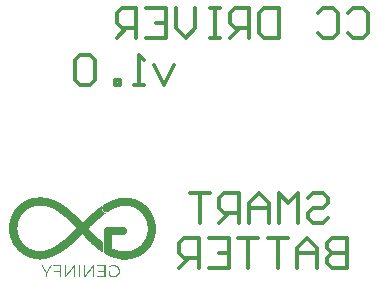
<source format=gbo>
G04*
G04 #@! TF.GenerationSoftware,Altium Limited,Altium Designer,20.1.8 (145)*
G04*
G04 Layer_Color=32896*
%FSLAX25Y25*%
%MOIN*%
G70*
G04*
G04 #@! TF.SameCoordinates,FB41AF91-CB0D-428D-8178-E64408BCF0C5*
G04*
G04*
G04 #@! TF.FilePolarity,Positive*
G04*
G01*
G75*
%ADD12C,0.01181*%
G36*
X86449Y56449D02*
X87057D01*
Y56381D01*
X87529D01*
Y56314D01*
X87867D01*
Y56246D01*
X88137D01*
Y56178D01*
X88407D01*
Y56111D01*
X88609D01*
Y56043D01*
X88812D01*
Y55976D01*
X89014D01*
Y55909D01*
X89217D01*
Y55841D01*
X89352D01*
Y55773D01*
X89554D01*
Y55706D01*
X89689D01*
Y55638D01*
X89824D01*
Y55571D01*
X90027D01*
Y55503D01*
X90162D01*
Y55436D01*
X90297D01*
Y55368D01*
X90432D01*
Y55301D01*
X90567D01*
Y55233D01*
X90634D01*
Y55166D01*
X90769D01*
Y55098D01*
X90904D01*
Y55031D01*
X90972D01*
Y54963D01*
X91107D01*
Y54896D01*
X91242D01*
Y54828D01*
X91309D01*
Y54761D01*
X91444D01*
Y54693D01*
X91512D01*
Y54626D01*
X91580D01*
Y54558D01*
X91715D01*
Y54491D01*
X91782D01*
Y54423D01*
X91917D01*
Y54356D01*
X91984D01*
Y54288D01*
X92052D01*
Y54221D01*
X92119D01*
Y54153D01*
X92255D01*
Y54086D01*
X92322D01*
Y54018D01*
X92390D01*
Y53951D01*
X92457D01*
Y53883D01*
X92525D01*
Y53816D01*
X92592D01*
Y53748D01*
X92660D01*
Y53681D01*
X92727D01*
Y53613D01*
X92795D01*
Y53546D01*
X92862D01*
Y53478D01*
X92930D01*
Y53411D01*
X92997D01*
Y53343D01*
X93065D01*
Y53276D01*
X93132D01*
Y53208D01*
X93200D01*
Y53141D01*
X93267D01*
Y53073D01*
X93335D01*
Y53006D01*
X93402D01*
Y52938D01*
X93470D01*
Y52871D01*
X93537D01*
Y52803D01*
X93605D01*
Y52736D01*
Y52668D01*
X93672D01*
Y52601D01*
X93740D01*
Y52533D01*
X93807D01*
Y52466D01*
X93875D01*
Y52398D01*
Y52331D01*
X93942D01*
Y52263D01*
X94010D01*
Y52196D01*
X94077D01*
Y52128D01*
Y52061D01*
X94145D01*
Y51993D01*
X94212D01*
Y51926D01*
Y51858D01*
X94280D01*
Y51791D01*
X94347D01*
Y51723D01*
Y51656D01*
X94415D01*
Y51588D01*
X94482D01*
Y51521D01*
Y51453D01*
X94550D01*
Y51386D01*
Y51318D01*
X94617D01*
Y51251D01*
Y51183D01*
X94685D01*
Y51116D01*
X94752D01*
Y51048D01*
Y50981D01*
X94820D01*
Y50913D01*
Y50845D01*
X94887D01*
Y50778D01*
Y50710D01*
X94955D01*
Y50643D01*
Y50576D01*
X95022D01*
Y50508D01*
Y50441D01*
X95090D01*
Y50373D01*
Y50305D01*
Y50238D01*
X95157D01*
Y50170D01*
Y50103D01*
X95225D01*
Y50036D01*
Y49968D01*
X95292D01*
Y49900D01*
Y49833D01*
Y49765D01*
X95360D01*
Y49698D01*
Y49630D01*
Y49563D01*
X95427D01*
Y49495D01*
Y49428D01*
Y49360D01*
X95495D01*
Y49293D01*
Y49225D01*
Y49158D01*
X95562D01*
Y49090D01*
Y49023D01*
Y48955D01*
X95630D01*
Y48888D01*
Y48820D01*
Y48753D01*
Y48685D01*
X95697D01*
Y48618D01*
Y48550D01*
Y48483D01*
Y48415D01*
X95765D01*
Y48348D01*
Y48280D01*
Y48213D01*
Y48145D01*
Y48078D01*
X95832D01*
Y48010D01*
Y47943D01*
Y47875D01*
Y47808D01*
Y47740D01*
Y47673D01*
X95900D01*
Y47605D01*
Y47538D01*
Y47470D01*
Y47403D01*
Y47335D01*
Y47268D01*
Y47200D01*
Y47133D01*
X95967D01*
Y47065D01*
Y46998D01*
Y46930D01*
Y46863D01*
Y46795D01*
Y46728D01*
Y46660D01*
Y46593D01*
Y46525D01*
Y46458D01*
Y46390D01*
Y46323D01*
Y46255D01*
Y46188D01*
Y46120D01*
Y46053D01*
Y45985D01*
Y45918D01*
Y45850D01*
Y45783D01*
Y45715D01*
Y45648D01*
Y45580D01*
Y45513D01*
Y45445D01*
Y45378D01*
Y45310D01*
Y45243D01*
Y45175D01*
Y45108D01*
Y45040D01*
Y44973D01*
X95900D01*
Y44905D01*
Y44837D01*
Y44770D01*
Y44703D01*
Y44635D01*
Y44567D01*
Y44500D01*
X95832D01*
Y44433D01*
Y44365D01*
Y44298D01*
Y44230D01*
Y44162D01*
Y44095D01*
X95765D01*
Y44028D01*
Y43960D01*
Y43892D01*
Y43825D01*
Y43758D01*
X95697D01*
Y43690D01*
Y43622D01*
Y43555D01*
Y43487D01*
X95630D01*
Y43420D01*
Y43352D01*
Y43285D01*
Y43217D01*
X95562D01*
Y43150D01*
Y43082D01*
Y43015D01*
X95495D01*
Y42947D01*
Y42880D01*
Y42812D01*
X95427D01*
Y42745D01*
Y42677D01*
Y42610D01*
X95360D01*
Y42542D01*
Y42475D01*
Y42407D01*
X95292D01*
Y42340D01*
Y42272D01*
Y42205D01*
X95225D01*
Y42137D01*
Y42070D01*
X95157D01*
Y42002D01*
Y41935D01*
X95090D01*
Y41867D01*
Y41800D01*
Y41732D01*
X95022D01*
Y41665D01*
Y41597D01*
X94955D01*
Y41530D01*
Y41462D01*
X94887D01*
Y41395D01*
Y41327D01*
X94820D01*
Y41260D01*
Y41192D01*
X94752D01*
Y41125D01*
Y41057D01*
X94685D01*
Y40990D01*
X94617D01*
Y40922D01*
Y40855D01*
X94550D01*
Y40787D01*
Y40720D01*
X94482D01*
Y40652D01*
X94415D01*
Y40585D01*
Y40517D01*
X94347D01*
Y40450D01*
Y40382D01*
X94280D01*
Y40315D01*
X94212D01*
Y40247D01*
Y40180D01*
X94145D01*
Y40112D01*
X94077D01*
Y40045D01*
X94010D01*
Y39977D01*
Y39910D01*
X93942D01*
Y39842D01*
X93875D01*
Y39775D01*
Y39707D01*
X93807D01*
Y39640D01*
X93740D01*
Y39572D01*
X93672D01*
Y39505D01*
X93605D01*
Y39437D01*
X93537D01*
Y39370D01*
Y39302D01*
X93470D01*
Y39235D01*
X93402D01*
Y39167D01*
X93335D01*
Y39100D01*
X93267D01*
Y39032D01*
X93200D01*
Y38965D01*
X93132D01*
Y38897D01*
X93065D01*
Y38830D01*
X92997D01*
Y38762D01*
X92930D01*
Y38695D01*
X92862D01*
Y38627D01*
X92795D01*
Y38559D01*
X92727D01*
Y38492D01*
X92660D01*
Y38425D01*
X92592D01*
Y38357D01*
X92525D01*
Y38289D01*
X92457D01*
Y38222D01*
X92390D01*
Y38155D01*
X92255D01*
Y38087D01*
X92187D01*
Y38019D01*
X92119D01*
Y37952D01*
X92052D01*
Y37885D01*
X91917D01*
Y37817D01*
X91849D01*
Y37749D01*
X91782D01*
Y37682D01*
X91647D01*
Y37615D01*
X91580D01*
Y37547D01*
X91444D01*
Y37479D01*
X91377D01*
Y37412D01*
X91242D01*
Y37344D01*
X91107D01*
Y37277D01*
X91039D01*
Y37209D01*
X90904D01*
Y37142D01*
X90769D01*
Y37074D01*
X90634D01*
Y37007D01*
X90567D01*
Y36939D01*
X90432D01*
Y36872D01*
X90229D01*
Y36804D01*
X90094D01*
Y36737D01*
X89959D01*
Y36669D01*
X89824D01*
Y36602D01*
X89622D01*
Y36534D01*
X89487D01*
Y36467D01*
X89284D01*
Y36399D01*
X89082D01*
Y36332D01*
X88879D01*
Y36264D01*
X88609D01*
Y36197D01*
X88407D01*
Y36129D01*
X88069D01*
Y36062D01*
X87799D01*
Y35994D01*
X87394D01*
Y35927D01*
X86854D01*
Y35859D01*
X84424D01*
Y35927D01*
X83884D01*
Y35994D01*
X83479D01*
Y36062D01*
X83141D01*
Y36129D01*
X82871D01*
Y36197D01*
X82601D01*
Y36264D01*
X82331D01*
Y36332D01*
X82129D01*
Y36399D01*
X81926D01*
Y36467D01*
X81724D01*
Y36534D01*
X81521D01*
Y36602D01*
X81319D01*
Y36669D01*
X81184D01*
Y36737D01*
X80981D01*
Y36804D01*
X80846D01*
Y36872D01*
X80644D01*
Y36939D01*
X80509D01*
Y37007D01*
X80374D01*
Y37074D01*
X80239D01*
Y37142D01*
X80103D01*
Y37209D01*
X79969D01*
Y37277D01*
X79834D01*
Y37344D01*
X79698D01*
Y37412D01*
X79563D01*
Y37479D01*
X79428D01*
Y37547D01*
X79294D01*
Y37615D01*
X79226D01*
Y37682D01*
X79091D01*
Y37749D01*
X79023D01*
Y37817D01*
X78956D01*
Y37885D01*
Y37952D01*
X78888D01*
Y38019D01*
X78821D01*
Y38087D01*
Y38155D01*
X78753D01*
Y38222D01*
Y38289D01*
Y38357D01*
X78686D01*
Y38425D01*
Y38492D01*
Y38559D01*
Y38627D01*
Y38695D01*
X78618D01*
Y38762D01*
Y38830D01*
Y38897D01*
Y38965D01*
Y39032D01*
Y39100D01*
Y39167D01*
Y39235D01*
Y39302D01*
Y39370D01*
Y39437D01*
Y39505D01*
Y39572D01*
Y39640D01*
Y39707D01*
Y39775D01*
Y39842D01*
Y39910D01*
Y39977D01*
Y40045D01*
Y40112D01*
Y40180D01*
Y40247D01*
Y40315D01*
Y40382D01*
Y40450D01*
Y40517D01*
Y40585D01*
Y40652D01*
Y40720D01*
Y40787D01*
Y40855D01*
Y40922D01*
Y40990D01*
Y41057D01*
Y41125D01*
Y41192D01*
Y41260D01*
Y41327D01*
Y41395D01*
Y41462D01*
Y41530D01*
Y41597D01*
Y41665D01*
Y41732D01*
Y41800D01*
Y41867D01*
Y41935D01*
Y42002D01*
Y42070D01*
Y42137D01*
Y42205D01*
Y42272D01*
Y42340D01*
Y42407D01*
Y42475D01*
Y42542D01*
Y42610D01*
Y42677D01*
Y42745D01*
Y42812D01*
Y42880D01*
Y42947D01*
Y43015D01*
Y43082D01*
Y43150D01*
Y43217D01*
Y43285D01*
Y43352D01*
Y43420D01*
Y43487D01*
Y43555D01*
Y43622D01*
Y43690D01*
Y43758D01*
Y43825D01*
Y43892D01*
Y43960D01*
Y44028D01*
Y44095D01*
Y44162D01*
Y44230D01*
Y44298D01*
Y44365D01*
Y44433D01*
Y44500D01*
Y44567D01*
Y44635D01*
Y44703D01*
Y44770D01*
Y44837D01*
Y44905D01*
Y44973D01*
Y45040D01*
Y45108D01*
Y45175D01*
Y45243D01*
Y45310D01*
Y45378D01*
X78686D01*
Y45445D01*
Y45513D01*
Y45580D01*
Y45648D01*
Y45715D01*
X78753D01*
Y45783D01*
Y45850D01*
Y45918D01*
X78821D01*
Y45985D01*
Y46053D01*
X78888D01*
Y46120D01*
X78956D01*
Y46188D01*
X79023D01*
Y46255D01*
Y46323D01*
X79159D01*
Y46390D01*
X79226D01*
Y46458D01*
X79294D01*
Y46525D01*
X79428D01*
Y46593D01*
X79631D01*
Y46660D01*
X79901D01*
Y46728D01*
X85099D01*
Y46660D01*
X85436D01*
Y46593D01*
X85571D01*
Y46525D01*
X85707D01*
Y46458D01*
X85774D01*
Y46390D01*
X85909D01*
Y46323D01*
X85976D01*
Y46255D01*
X86044D01*
Y46188D01*
X86112D01*
Y46120D01*
Y46053D01*
X86179D01*
Y45985D01*
Y45918D01*
X86247D01*
Y45850D01*
Y45783D01*
X86314D01*
Y45715D01*
Y45648D01*
Y45580D01*
Y45513D01*
X86382D01*
Y45445D01*
Y45378D01*
Y45310D01*
Y45243D01*
Y45175D01*
Y45108D01*
X86314D01*
Y45040D01*
Y44973D01*
Y44905D01*
Y44837D01*
X86247D01*
Y44770D01*
Y44703D01*
X86179D01*
Y44635D01*
Y44567D01*
X86112D01*
Y44500D01*
X86044D01*
Y44433D01*
X85976D01*
Y44365D01*
X85909D01*
Y44298D01*
X85842D01*
Y44230D01*
X85774D01*
Y44162D01*
X85639D01*
Y44095D01*
X85504D01*
Y44028D01*
X85369D01*
Y43960D01*
X81454D01*
Y43892D01*
X81386D01*
Y43825D01*
Y43758D01*
Y43690D01*
Y43622D01*
Y43555D01*
Y43487D01*
Y43420D01*
Y43352D01*
Y43285D01*
Y43217D01*
Y43150D01*
Y43082D01*
Y43015D01*
Y42947D01*
Y42880D01*
Y42812D01*
Y42745D01*
Y42677D01*
Y42610D01*
Y42542D01*
Y42475D01*
Y42407D01*
Y42340D01*
Y42272D01*
Y42205D01*
Y42137D01*
Y42070D01*
Y42002D01*
Y41935D01*
Y41867D01*
Y41800D01*
Y41732D01*
Y41665D01*
Y41597D01*
Y41530D01*
Y41462D01*
Y41395D01*
Y41327D01*
Y41260D01*
Y41192D01*
Y41125D01*
Y41057D01*
Y40990D01*
Y40922D01*
Y40855D01*
Y40787D01*
Y40720D01*
Y40652D01*
Y40585D01*
Y40517D01*
Y40450D01*
Y40382D01*
Y40315D01*
Y40247D01*
Y40180D01*
Y40112D01*
Y40045D01*
Y39977D01*
Y39910D01*
Y39842D01*
Y39775D01*
Y39707D01*
Y39640D01*
Y39572D01*
X81521D01*
Y39505D01*
X81656D01*
Y39437D01*
X81791D01*
Y39370D01*
X81994D01*
Y39302D01*
X82129D01*
Y39235D01*
X82331D01*
Y39167D01*
X82466D01*
Y39100D01*
X82669D01*
Y39032D01*
X82871D01*
Y38965D01*
X83141D01*
Y38897D01*
X83411D01*
Y38830D01*
X83681D01*
Y38762D01*
X84019D01*
Y38695D01*
X84491D01*
Y38627D01*
X85369D01*
Y38559D01*
X85909D01*
Y38627D01*
X86787D01*
Y38695D01*
X87259D01*
Y38762D01*
X87597D01*
Y38830D01*
X87867D01*
Y38897D01*
X88069D01*
Y38965D01*
X88272D01*
Y39032D01*
X88474D01*
Y39100D01*
X88677D01*
Y39167D01*
X88812D01*
Y39235D01*
X88947D01*
Y39302D01*
X89082D01*
Y39370D01*
X89217D01*
Y39437D01*
X89352D01*
Y39505D01*
X89487D01*
Y39572D01*
X89622D01*
Y39640D01*
X89757D01*
Y39707D01*
X89824D01*
Y39775D01*
X89959D01*
Y39842D01*
X90027D01*
Y39910D01*
X90162D01*
Y39977D01*
X90229D01*
Y40045D01*
X90297D01*
Y40112D01*
X90432D01*
Y40180D01*
X90499D01*
Y40247D01*
X90567D01*
Y40315D01*
X90634D01*
Y40382D01*
X90702D01*
Y40450D01*
X90769D01*
Y40517D01*
X90904D01*
Y40585D01*
X90972D01*
Y40652D01*
X91039D01*
Y40720D01*
X91107D01*
Y40787D01*
X91175D01*
Y40855D01*
X91242D01*
Y40922D01*
X91309D01*
Y40990D01*
Y41057D01*
X91377D01*
Y41125D01*
X91444D01*
Y41192D01*
X91512D01*
Y41260D01*
X91580D01*
Y41327D01*
X91647D01*
Y41395D01*
Y41462D01*
X91715D01*
Y41530D01*
X91782D01*
Y41597D01*
X91849D01*
Y41665D01*
Y41732D01*
X91917D01*
Y41800D01*
X91984D01*
Y41867D01*
Y41935D01*
X92052D01*
Y42002D01*
X92119D01*
Y42070D01*
Y42137D01*
X92187D01*
Y42205D01*
Y42272D01*
X92255D01*
Y42340D01*
X92322D01*
Y42407D01*
Y42475D01*
X92390D01*
Y42542D01*
Y42610D01*
X92457D01*
Y42677D01*
Y42745D01*
X92525D01*
Y42812D01*
Y42880D01*
X92592D01*
Y42947D01*
Y43015D01*
Y43082D01*
X92660D01*
Y43150D01*
Y43217D01*
X92727D01*
Y43285D01*
Y43352D01*
X92795D01*
Y43420D01*
Y43487D01*
Y43555D01*
X92862D01*
Y43622D01*
Y43690D01*
Y43758D01*
X92930D01*
Y43825D01*
Y43892D01*
Y43960D01*
Y44028D01*
X92997D01*
Y44095D01*
Y44162D01*
Y44230D01*
Y44298D01*
X93065D01*
Y44365D01*
Y44433D01*
Y44500D01*
Y44567D01*
X93132D01*
Y44635D01*
Y44703D01*
Y44770D01*
Y44837D01*
Y44905D01*
Y44973D01*
Y45040D01*
X93200D01*
Y45108D01*
Y45175D01*
Y45243D01*
Y45310D01*
Y45378D01*
Y45445D01*
Y45513D01*
Y45580D01*
Y45648D01*
Y45715D01*
Y45783D01*
Y45850D01*
Y45918D01*
Y45985D01*
X93267D01*
Y46053D01*
Y46120D01*
Y46188D01*
X93200D01*
Y46255D01*
Y46323D01*
Y46390D01*
Y46458D01*
Y46525D01*
Y46593D01*
Y46660D01*
Y46728D01*
Y46795D01*
Y46863D01*
Y46930D01*
Y46998D01*
Y47065D01*
Y47133D01*
X93132D01*
Y47200D01*
Y47268D01*
Y47335D01*
Y47403D01*
Y47470D01*
Y47538D01*
X93065D01*
Y47605D01*
Y47673D01*
Y47740D01*
Y47808D01*
Y47875D01*
X92997D01*
Y47943D01*
Y48010D01*
Y48078D01*
Y48145D01*
X92930D01*
Y48213D01*
Y48280D01*
Y48348D01*
Y48415D01*
X92862D01*
Y48483D01*
Y48550D01*
Y48618D01*
X92795D01*
Y48685D01*
Y48753D01*
X92727D01*
Y48820D01*
Y48888D01*
Y48955D01*
X92660D01*
Y49023D01*
Y49090D01*
X92592D01*
Y49158D01*
Y49225D01*
Y49293D01*
X92525D01*
Y49360D01*
Y49428D01*
X92457D01*
Y49495D01*
Y49563D01*
X92390D01*
Y49630D01*
Y49698D01*
X92322D01*
Y49765D01*
Y49833D01*
X92255D01*
Y49900D01*
X92187D01*
Y49968D01*
Y50036D01*
X92119D01*
Y50103D01*
Y50170D01*
X92052D01*
Y50238D01*
X91984D01*
Y50305D01*
Y50373D01*
X91917D01*
Y50441D01*
X91849D01*
Y50508D01*
Y50576D01*
X91782D01*
Y50643D01*
X91715D01*
Y50710D01*
X91647D01*
Y50778D01*
Y50845D01*
X91580D01*
Y50913D01*
X91512D01*
Y50981D01*
X91444D01*
Y51048D01*
X91377D01*
Y51116D01*
Y51183D01*
X91309D01*
Y51251D01*
X91242D01*
Y51318D01*
X91175D01*
Y51386D01*
X91107D01*
Y51453D01*
X91039D01*
Y51521D01*
X90972D01*
Y51588D01*
X90904D01*
Y51656D01*
X90837D01*
Y51723D01*
X90769D01*
Y51791D01*
X90702D01*
Y51858D01*
X90634D01*
Y51926D01*
X90499D01*
Y51993D01*
X90432D01*
Y52061D01*
X90364D01*
Y52128D01*
X90297D01*
Y52196D01*
X90162D01*
Y52263D01*
X90094D01*
Y52331D01*
X90027D01*
Y52398D01*
X89892D01*
Y52466D01*
X89824D01*
Y52533D01*
X89689D01*
Y52601D01*
X89622D01*
Y52668D01*
X89487D01*
Y52736D01*
X89352D01*
Y52803D01*
X89217D01*
Y52871D01*
X89149D01*
Y52938D01*
X89014D01*
Y53006D01*
X88879D01*
Y53073D01*
X88744D01*
Y53141D01*
X88542D01*
Y53208D01*
X88407D01*
Y53276D01*
X88204D01*
Y53343D01*
X88069D01*
Y53411D01*
X87867D01*
Y53478D01*
X87597D01*
Y53546D01*
X87327D01*
Y53613D01*
X86989D01*
Y53681D01*
X86382D01*
Y53748D01*
X85234D01*
Y53681D01*
X84694D01*
Y53613D01*
X84289D01*
Y53546D01*
X83951D01*
Y53478D01*
X83681D01*
Y53411D01*
X83479D01*
Y53343D01*
X83276D01*
Y53276D01*
X83074D01*
Y53208D01*
X82871D01*
Y53141D01*
X82669D01*
Y53073D01*
X82534D01*
Y53006D01*
X82331D01*
Y52938D01*
X82196D01*
Y52871D01*
X82061D01*
Y52803D01*
X81926D01*
Y52736D01*
X81791D01*
Y52668D01*
X81656D01*
Y52601D01*
X81521D01*
Y52533D01*
X81386D01*
Y52466D01*
X81251D01*
Y52398D01*
X81116D01*
Y52331D01*
X80981D01*
Y52263D01*
X80846D01*
Y52196D01*
X80779D01*
Y52128D01*
X80644D01*
Y52061D01*
X80509D01*
Y51993D01*
X80441D01*
Y51926D01*
X80306D01*
Y51858D01*
X80171D01*
Y51791D01*
X80036D01*
Y51723D01*
X79901D01*
Y51656D01*
X79496D01*
Y51588D01*
X79428D01*
Y51656D01*
X79091D01*
Y51723D01*
X78888D01*
Y51791D01*
X78753D01*
Y51858D01*
X78686D01*
Y51926D01*
X78551D01*
Y51993D01*
X78483D01*
Y52061D01*
X78416D01*
Y52128D01*
Y52196D01*
X78348D01*
Y52263D01*
X78281D01*
Y52331D01*
Y52398D01*
X78213D01*
Y52466D01*
Y52533D01*
X78146D01*
Y52601D01*
Y52668D01*
Y52736D01*
Y52803D01*
X78078D01*
Y52871D01*
Y52938D01*
Y53006D01*
Y53073D01*
Y53141D01*
X78146D01*
Y53208D01*
Y53276D01*
Y53343D01*
Y53411D01*
X78213D01*
Y53478D01*
Y53546D01*
Y53613D01*
X78281D01*
Y53681D01*
Y53748D01*
X78348D01*
Y53816D01*
X78416D01*
Y53883D01*
X78483D01*
Y53951D01*
X78551D01*
Y54018D01*
X78618D01*
Y54086D01*
X78686D01*
Y54153D01*
X78753D01*
Y54221D01*
X78888D01*
Y54288D01*
X79023D01*
Y54356D01*
X79091D01*
Y54423D01*
X79226D01*
Y54491D01*
X79361D01*
Y54558D01*
X79428D01*
Y54626D01*
X79563D01*
Y54693D01*
X79698D01*
Y54761D01*
X79834D01*
Y54828D01*
X79969D01*
Y54896D01*
X80103D01*
Y54963D01*
X80239D01*
Y55031D01*
X80374D01*
Y55098D01*
X80509D01*
Y55166D01*
X80644D01*
Y55233D01*
X80779D01*
Y55301D01*
X80914D01*
Y55368D01*
X81049D01*
Y55436D01*
X81184D01*
Y55503D01*
X81386D01*
Y55571D01*
X81521D01*
Y55638D01*
X81724D01*
Y55706D01*
X81859D01*
Y55773D01*
X82061D01*
Y55841D01*
X82264D01*
Y55909D01*
X82466D01*
Y55976D01*
X82669D01*
Y56043D01*
X82939D01*
Y56111D01*
X83141D01*
Y56178D01*
X83411D01*
Y56246D01*
X83749D01*
Y56314D01*
X84086D01*
Y56381D01*
X84491D01*
Y56449D01*
X85167D01*
Y56516D01*
X86449D01*
Y56449D01*
D02*
G37*
G36*
X58232Y56516D02*
X58907D01*
Y56449D01*
X59379D01*
Y56381D01*
X59717D01*
Y56314D01*
X60054D01*
Y56246D01*
X60324D01*
Y56178D01*
X60594D01*
Y56111D01*
X60797D01*
Y56043D01*
X61000D01*
Y55976D01*
X61202D01*
Y55909D01*
X61405D01*
Y55841D01*
X61607D01*
Y55773D01*
X61810D01*
Y55706D01*
X61945D01*
Y55638D01*
X62147D01*
Y55571D01*
X62282D01*
Y55503D01*
X62485D01*
Y55436D01*
X62620D01*
Y55368D01*
X62755D01*
Y55301D01*
X62890D01*
Y55233D01*
X63025D01*
Y55166D01*
X63160D01*
Y55098D01*
X63295D01*
Y55031D01*
X63430D01*
Y54963D01*
X63565D01*
Y54896D01*
X63700D01*
Y54828D01*
X63835D01*
Y54761D01*
X63902D01*
Y54693D01*
X64037D01*
Y54626D01*
X64172D01*
Y54558D01*
X64240D01*
Y54491D01*
X64375D01*
Y54423D01*
X64510D01*
Y54356D01*
X64577D01*
Y54288D01*
X64712D01*
Y54221D01*
X64780D01*
Y54153D01*
X64915D01*
Y54086D01*
X64982D01*
Y54018D01*
X65117D01*
Y53951D01*
X65185D01*
Y53883D01*
X65320D01*
Y53816D01*
X65387D01*
Y53748D01*
X65522D01*
Y53681D01*
X65590D01*
Y53613D01*
X65657D01*
Y53546D01*
X65792D01*
Y53478D01*
X65860D01*
Y53411D01*
X65927D01*
Y53343D01*
X66062D01*
Y53276D01*
X66130D01*
Y53208D01*
X66197D01*
Y53141D01*
X66332D01*
Y53073D01*
X66400D01*
Y53006D01*
X66467D01*
Y52938D01*
X66535D01*
Y52871D01*
X66670D01*
Y52803D01*
X66738D01*
Y52736D01*
X66805D01*
Y52668D01*
X66873D01*
Y52601D01*
X67007D01*
Y52533D01*
X67075D01*
Y52466D01*
X67142D01*
Y52398D01*
X67210D01*
Y52331D01*
X67277D01*
Y52263D01*
X67345D01*
Y52196D01*
X67480D01*
Y52128D01*
X67548D01*
Y52061D01*
X67615D01*
Y51993D01*
X67682D01*
Y51926D01*
X67750D01*
Y51858D01*
X67817D01*
Y51791D01*
X67885D01*
Y51723D01*
X68020D01*
Y51656D01*
X68088D01*
Y51588D01*
X68155D01*
Y51521D01*
X68223D01*
Y51453D01*
X68290D01*
Y51386D01*
X68358D01*
Y51318D01*
X68425D01*
Y51251D01*
X68493D01*
Y51183D01*
X68560D01*
Y51116D01*
X68628D01*
Y51048D01*
X68695D01*
Y50981D01*
X68830D01*
Y50913D01*
X68898D01*
Y50845D01*
X68965D01*
Y50778D01*
X69033D01*
Y50710D01*
X69100D01*
Y50643D01*
X69168D01*
Y50576D01*
X69235D01*
Y50508D01*
X69303D01*
Y50441D01*
X69370D01*
Y50373D01*
X69438D01*
Y50305D01*
X69505D01*
Y50238D01*
X69573D01*
Y50170D01*
X69640D01*
Y50103D01*
X69708D01*
Y50036D01*
X69775D01*
Y49968D01*
X69843D01*
Y49900D01*
X69910D01*
Y49833D01*
X69978D01*
Y49765D01*
X70045D01*
Y49698D01*
X70113D01*
Y49630D01*
X70180D01*
Y49563D01*
X70248D01*
Y49495D01*
X70315D01*
Y49428D01*
X70383D01*
Y49360D01*
X70450D01*
Y49293D01*
X70518D01*
Y49225D01*
X70585D01*
Y49158D01*
X70653D01*
Y49090D01*
X70720D01*
Y49023D01*
X70788D01*
Y48955D01*
X70855D01*
Y48888D01*
X70923D01*
Y48820D01*
X70990D01*
Y48753D01*
X71058D01*
Y48685D01*
X71125D01*
Y48618D01*
X71193D01*
Y48550D01*
X71260D01*
Y48483D01*
X71328D01*
Y48415D01*
X71395D01*
Y48348D01*
X71463D01*
Y48280D01*
X71530D01*
Y48213D01*
X71665D01*
Y48280D01*
X71733D01*
Y48348D01*
X71800D01*
Y48415D01*
X71868D01*
Y48483D01*
X71935D01*
Y48550D01*
X72003D01*
Y48618D01*
X72070D01*
Y48685D01*
X72138D01*
Y48753D01*
X72205D01*
Y48820D01*
X72273D01*
Y48888D01*
X72340D01*
Y48955D01*
X72408D01*
Y49023D01*
X72475D01*
Y49090D01*
X72543D01*
Y49158D01*
X72610D01*
Y49225D01*
X72746D01*
Y49293D01*
X72813D01*
Y49360D01*
X72881D01*
Y49428D01*
X72948D01*
Y49495D01*
X73015D01*
Y49563D01*
X73083D01*
Y49630D01*
X73150D01*
Y49698D01*
X73218D01*
Y49765D01*
X73286D01*
Y49833D01*
X73353D01*
Y49900D01*
X73421D01*
Y49968D01*
X73488D01*
Y50036D01*
X73623D01*
Y50103D01*
X73690D01*
Y50170D01*
X73758D01*
Y50238D01*
X73826D01*
Y50305D01*
X73893D01*
Y50373D01*
X73961D01*
Y50441D01*
X74028D01*
Y50508D01*
X74096D01*
Y50576D01*
X74163D01*
Y50643D01*
X74231D01*
Y50710D01*
X74366D01*
Y50778D01*
X74433D01*
Y50845D01*
X74501D01*
Y50913D01*
X74568D01*
Y50981D01*
X74636D01*
Y51048D01*
X74703D01*
Y51116D01*
X74771D01*
Y51183D01*
X74838D01*
Y51251D01*
X74973D01*
Y51318D01*
X75041D01*
Y51386D01*
X75108D01*
Y51453D01*
X75176D01*
Y51521D01*
X75243D01*
Y51588D01*
X75311D01*
Y51656D01*
X75378D01*
Y51723D01*
X75513D01*
Y51791D01*
X75581D01*
Y51858D01*
X75648D01*
Y51926D01*
X75716D01*
Y51993D01*
X75783D01*
Y52061D01*
X75851D01*
Y52128D01*
X75986D01*
Y52196D01*
X76053D01*
Y52263D01*
X76121D01*
Y52331D01*
X76188D01*
Y52398D01*
X76256D01*
Y52466D01*
X76391D01*
Y52533D01*
X76458D01*
Y52601D01*
X76526D01*
Y52668D01*
X76593D01*
Y52736D01*
X76728D01*
Y52803D01*
X76796D01*
Y52871D01*
X76863D01*
Y52938D01*
X76931D01*
Y53006D01*
X77066D01*
Y53073D01*
X77133D01*
Y53141D01*
X77201D01*
Y53208D01*
X77336D01*
Y53276D01*
X77403D01*
Y53343D01*
X77471D01*
Y53411D01*
X77606D01*
Y53478D01*
X77673D01*
Y53546D01*
X77741D01*
Y53613D01*
X77876D01*
Y53681D01*
X77943D01*
Y53748D01*
X78011D01*
Y53681D01*
Y53613D01*
X77943D01*
Y53546D01*
Y53478D01*
Y53411D01*
X77876D01*
Y53343D01*
Y53276D01*
Y53208D01*
Y53141D01*
Y53073D01*
Y53006D01*
Y52938D01*
Y52871D01*
Y52803D01*
Y52736D01*
Y52668D01*
Y52601D01*
X77943D01*
Y52533D01*
Y52466D01*
Y52398D01*
X78011D01*
Y52331D01*
Y52263D01*
X78078D01*
Y52196D01*
Y52128D01*
X78146D01*
Y52061D01*
Y51993D01*
X78213D01*
Y51926D01*
X78281D01*
Y51858D01*
X78348D01*
Y51791D01*
X78416D01*
Y51723D01*
X78483D01*
Y51656D01*
X78618D01*
Y51588D01*
X78753D01*
Y51521D01*
X78888D01*
Y51453D01*
X79091D01*
Y51386D01*
X79428D01*
Y51318D01*
X79361D01*
Y51251D01*
X79226D01*
Y51183D01*
X79159D01*
Y51116D01*
X79091D01*
Y51048D01*
X78956D01*
Y50981D01*
X78888D01*
Y50913D01*
X78821D01*
Y50845D01*
X78686D01*
Y50778D01*
X78618D01*
Y50710D01*
X78551D01*
Y50643D01*
X78483D01*
Y50576D01*
X78348D01*
Y50508D01*
X78281D01*
Y50441D01*
X78213D01*
Y50373D01*
X78146D01*
Y50305D01*
X78011D01*
Y50238D01*
X77943D01*
Y50170D01*
X77876D01*
Y50103D01*
X77808D01*
Y50036D01*
X77741D01*
Y49968D01*
X77673D01*
Y49900D01*
X77538D01*
Y49833D01*
X77471D01*
Y49765D01*
X77403D01*
Y49698D01*
X77336D01*
Y49630D01*
X77268D01*
Y49563D01*
X77201D01*
Y49495D01*
X77066D01*
Y49428D01*
X76998D01*
Y49360D01*
X76931D01*
Y49293D01*
X76863D01*
Y49225D01*
X76796D01*
Y49158D01*
X76728D01*
Y49090D01*
X76661D01*
Y49023D01*
X76526D01*
Y48955D01*
X76458D01*
Y48888D01*
X76391D01*
Y48820D01*
X76323D01*
Y48753D01*
X76256D01*
Y48685D01*
X76188D01*
Y48618D01*
X76121D01*
Y48550D01*
X76053D01*
Y48483D01*
X75918D01*
Y48415D01*
X75851D01*
Y48348D01*
X75783D01*
Y48280D01*
X75716D01*
Y48213D01*
X75648D01*
Y48145D01*
X75581D01*
Y48078D01*
X75513D01*
Y48010D01*
X75446D01*
Y47943D01*
X75378D01*
Y47875D01*
X75311D01*
Y47808D01*
X75243D01*
Y47740D01*
X75108D01*
Y47673D01*
X75041D01*
Y47605D01*
X74973D01*
Y47538D01*
X74906D01*
Y47470D01*
X74838D01*
Y47403D01*
X74771D01*
Y47335D01*
X74703D01*
Y47268D01*
X74636D01*
Y47200D01*
X74568D01*
Y47133D01*
X74501D01*
Y47065D01*
X74433D01*
Y46998D01*
X74366D01*
Y46930D01*
X74298D01*
Y46863D01*
X74163D01*
Y46795D01*
X74096D01*
Y46728D01*
X74028D01*
Y46660D01*
X73961D01*
Y46593D01*
X73893D01*
Y46525D01*
X73826D01*
Y46458D01*
X73758D01*
Y46390D01*
X73690D01*
Y46323D01*
X73623D01*
Y46255D01*
X73555D01*
Y46188D01*
Y46120D01*
Y46053D01*
X73623D01*
Y45985D01*
X73690D01*
Y45918D01*
X73758D01*
Y45850D01*
X73826D01*
Y45783D01*
X73893D01*
Y45715D01*
X73961D01*
Y45648D01*
X74028D01*
Y45580D01*
X74096D01*
Y45513D01*
X74163D01*
Y45445D01*
X74231D01*
Y45378D01*
X74298D01*
Y45310D01*
X74366D01*
Y45243D01*
X74433D01*
Y45175D01*
X74501D01*
Y45108D01*
X74568D01*
Y45040D01*
X74636D01*
Y44973D01*
X74703D01*
Y44905D01*
X74771D01*
Y44837D01*
X74838D01*
Y44770D01*
X74906D01*
Y44703D01*
X74973D01*
Y44635D01*
X75041D01*
Y44567D01*
X75108D01*
Y44500D01*
X75176D01*
Y44433D01*
X75243D01*
Y44365D01*
X75311D01*
Y44298D01*
X75378D01*
Y44230D01*
X75446D01*
Y44162D01*
X75513D01*
Y44095D01*
X75581D01*
Y44028D01*
X75648D01*
Y43960D01*
X75716D01*
Y43892D01*
X75783D01*
Y43825D01*
X75851D01*
Y43758D01*
X75918D01*
Y43690D01*
X75986D01*
Y43622D01*
X76053D01*
Y43555D01*
X76121D01*
Y43487D01*
X76188D01*
Y43420D01*
X76256D01*
Y43352D01*
X76323D01*
Y43285D01*
X76391D01*
Y43217D01*
X76458D01*
Y43150D01*
X76526D01*
Y43082D01*
X76593D01*
Y43015D01*
X76661D01*
Y42947D01*
X76728D01*
Y42880D01*
X76796D01*
Y42812D01*
X76931D01*
Y42745D01*
X76998D01*
Y42677D01*
X77066D01*
Y42610D01*
X77133D01*
Y42542D01*
X77201D01*
Y42475D01*
X77268D01*
Y42407D01*
X77336D01*
Y42340D01*
X77403D01*
Y42272D01*
X77471D01*
Y42205D01*
X77606D01*
Y42137D01*
X77673D01*
Y42070D01*
X77741D01*
Y42002D01*
X77808D01*
Y41935D01*
X77876D01*
Y41867D01*
X77943D01*
Y41800D01*
X78078D01*
Y41732D01*
X78146D01*
Y41665D01*
X78213D01*
Y41597D01*
X78281D01*
Y41530D01*
X78416D01*
Y41462D01*
Y41395D01*
Y41327D01*
Y41260D01*
Y41192D01*
Y41125D01*
Y41057D01*
Y40990D01*
Y40922D01*
Y40855D01*
Y40787D01*
Y40720D01*
Y40652D01*
Y40585D01*
Y40517D01*
Y40450D01*
Y40382D01*
Y40315D01*
Y40247D01*
Y40180D01*
Y40112D01*
Y40045D01*
Y39977D01*
Y39910D01*
Y39842D01*
Y39775D01*
Y39707D01*
Y39640D01*
Y39572D01*
Y39505D01*
Y39437D01*
Y39370D01*
Y39302D01*
Y39235D01*
Y39167D01*
Y39100D01*
Y39032D01*
Y38965D01*
Y38897D01*
Y38830D01*
Y38762D01*
Y38695D01*
Y38627D01*
Y38559D01*
Y38492D01*
Y38425D01*
Y38357D01*
X78483D01*
Y38289D01*
Y38222D01*
Y38155D01*
X78551D01*
Y38087D01*
Y38019D01*
X78483D01*
Y38087D01*
X78348D01*
Y38155D01*
X78213D01*
Y38222D01*
X78146D01*
Y38289D01*
X78011D01*
Y38357D01*
X77943D01*
Y38425D01*
X77808D01*
Y38492D01*
X77741D01*
Y38559D01*
X77606D01*
Y38627D01*
X77538D01*
Y38695D01*
X77403D01*
Y38762D01*
X77336D01*
Y38830D01*
X77268D01*
Y38897D01*
X77133D01*
Y38965D01*
X77066D01*
Y39032D01*
X76998D01*
Y39100D01*
X76863D01*
Y39167D01*
X76796D01*
Y39235D01*
X76728D01*
Y39302D01*
X76661D01*
Y39370D01*
X76526D01*
Y39437D01*
X76458D01*
Y39505D01*
X76391D01*
Y39572D01*
X76323D01*
Y39640D01*
X76188D01*
Y39707D01*
X76121D01*
Y39775D01*
X76053D01*
Y39842D01*
X75986D01*
Y39910D01*
X75918D01*
Y39977D01*
X75851D01*
Y40045D01*
X75716D01*
Y40112D01*
X75648D01*
Y40180D01*
X75581D01*
Y40247D01*
X75513D01*
Y40315D01*
X75446D01*
Y40382D01*
X75378D01*
Y40450D01*
X75311D01*
Y40517D01*
X75243D01*
Y40585D01*
X75108D01*
Y40652D01*
X75041D01*
Y40720D01*
X74973D01*
Y40787D01*
X74906D01*
Y40855D01*
X74838D01*
Y40922D01*
X74771D01*
Y40990D01*
X74703D01*
Y41057D01*
X74636D01*
Y41125D01*
X74568D01*
Y41192D01*
X74501D01*
Y41260D01*
X74433D01*
Y41327D01*
X74366D01*
Y41395D01*
X74298D01*
Y41462D01*
X74231D01*
Y41530D01*
X74096D01*
Y41597D01*
X74028D01*
Y41665D01*
X73961D01*
Y41732D01*
X73893D01*
Y41800D01*
X73826D01*
Y41867D01*
X73758D01*
Y41935D01*
X73690D01*
Y42002D01*
X73623D01*
Y42070D01*
X73555D01*
Y42137D01*
X73488D01*
Y42205D01*
X73421D01*
Y42272D01*
X73353D01*
Y42340D01*
X73286D01*
Y42407D01*
X73218D01*
Y42475D01*
X73150D01*
Y42542D01*
X73083D01*
Y42610D01*
X73015D01*
Y42677D01*
X72948D01*
Y42745D01*
X72881D01*
Y42812D01*
X72813D01*
Y42880D01*
X72746D01*
Y42947D01*
X72678D01*
Y43015D01*
X72610D01*
Y43082D01*
X72543D01*
Y43150D01*
X72475D01*
Y43217D01*
X72408D01*
Y43285D01*
Y43352D01*
X72340D01*
Y43420D01*
X72273D01*
Y43487D01*
X72205D01*
Y43555D01*
X72138D01*
Y43622D01*
X72070D01*
Y43690D01*
X72003D01*
Y43758D01*
X71935D01*
Y43825D01*
X71868D01*
Y43892D01*
X71800D01*
Y43960D01*
X71733D01*
Y44028D01*
X71665D01*
Y44095D01*
X71598D01*
Y44162D01*
X71530D01*
Y44230D01*
X71463D01*
Y44162D01*
X71395D01*
Y44095D01*
X71328D01*
Y44028D01*
X71193D01*
Y43960D01*
X71125D01*
Y43892D01*
X71058D01*
Y43825D01*
X70990D01*
Y43758D01*
X70923D01*
Y43690D01*
X70855D01*
Y43622D01*
X70788D01*
Y43555D01*
X70720D01*
Y43487D01*
X70653D01*
Y43420D01*
X70585D01*
Y43352D01*
X70518D01*
Y43285D01*
X70450D01*
Y43217D01*
X70383D01*
Y43150D01*
X70315D01*
Y43082D01*
X70248D01*
Y43015D01*
X70180D01*
Y42947D01*
X70113D01*
Y42880D01*
X70045D01*
Y42812D01*
X69978D01*
Y42745D01*
X69910D01*
Y42677D01*
X69843D01*
Y42610D01*
X69775D01*
Y42542D01*
X69708D01*
Y42475D01*
X69640D01*
Y42407D01*
X69573D01*
Y42340D01*
X69505D01*
Y42272D01*
X69438D01*
Y42205D01*
X69303D01*
Y42137D01*
X69235D01*
Y42070D01*
X69168D01*
Y42002D01*
X69100D01*
Y41935D01*
X69033D01*
Y41867D01*
X68965D01*
Y41800D01*
X68898D01*
Y41732D01*
X68830D01*
Y41665D01*
X68763D01*
Y41597D01*
X68695D01*
Y41530D01*
X68628D01*
Y41462D01*
X68560D01*
Y41395D01*
X68493D01*
Y41327D01*
X68425D01*
Y41260D01*
X68290D01*
Y41192D01*
X68223D01*
Y41125D01*
X68155D01*
Y41057D01*
X68088D01*
Y40990D01*
X68020D01*
Y40922D01*
X67885D01*
Y40855D01*
X67817D01*
Y40787D01*
X67750D01*
Y40720D01*
X67682D01*
Y40652D01*
X67615D01*
Y40585D01*
X67480D01*
Y40517D01*
X67413D01*
Y40450D01*
X67345D01*
Y40382D01*
X67277D01*
Y40315D01*
X67142D01*
Y40247D01*
X67075D01*
Y40180D01*
X67007D01*
Y40112D01*
X66940D01*
Y40045D01*
X66805D01*
Y39977D01*
X66738D01*
Y39910D01*
X66670D01*
Y39842D01*
X66535D01*
Y39775D01*
X66467D01*
Y39707D01*
X66400D01*
Y39640D01*
X66332D01*
Y39572D01*
X66197D01*
Y39505D01*
X66130D01*
Y39437D01*
X66062D01*
Y39370D01*
X65927D01*
Y39302D01*
X65860D01*
Y39235D01*
X65725D01*
Y39167D01*
X65657D01*
Y39100D01*
X65590D01*
Y39032D01*
X65455D01*
Y38965D01*
X65387D01*
Y38897D01*
X65252D01*
Y38830D01*
X65185D01*
Y38762D01*
X65050D01*
Y38695D01*
X64982D01*
Y38627D01*
X64847D01*
Y38559D01*
X64780D01*
Y38492D01*
X64645D01*
Y38425D01*
X64577D01*
Y38357D01*
X64442D01*
Y38289D01*
X64375D01*
Y38222D01*
X64240D01*
Y38155D01*
X64172D01*
Y38087D01*
X64037D01*
Y38019D01*
X63902D01*
Y37952D01*
X63835D01*
Y37885D01*
X63700D01*
Y37817D01*
X63565D01*
Y37749D01*
X63430D01*
Y37682D01*
X63362D01*
Y37615D01*
X63227D01*
Y37547D01*
X63092D01*
Y37479D01*
X62957D01*
Y37412D01*
X62822D01*
Y37344D01*
X62687D01*
Y37277D01*
X62552D01*
Y37209D01*
X62417D01*
Y37142D01*
X62282D01*
Y37074D01*
X62147D01*
Y37007D01*
X61945D01*
Y36939D01*
X61810D01*
Y36872D01*
X61674D01*
Y36804D01*
X61472D01*
Y36737D01*
X61337D01*
Y36669D01*
X61134D01*
Y36602D01*
X60932D01*
Y36534D01*
X60729D01*
Y36467D01*
X60527D01*
Y36399D01*
X60324D01*
Y36332D01*
X60122D01*
Y36264D01*
X59852D01*
Y36197D01*
X59582D01*
Y36129D01*
X59244D01*
Y36062D01*
X58907D01*
Y35994D01*
X58434D01*
Y35927D01*
X57557D01*
Y35859D01*
X56882D01*
Y35927D01*
X56072D01*
Y35994D01*
X55599D01*
Y36062D01*
X55261D01*
Y36129D01*
X54924D01*
Y36197D01*
X54654D01*
Y36264D01*
X54452D01*
Y36332D01*
X54249D01*
Y36399D01*
X54046D01*
Y36467D01*
X53844D01*
Y36534D01*
X53641D01*
Y36602D01*
X53506D01*
Y36669D01*
X53371D01*
Y36737D01*
X53169D01*
Y36804D01*
X53034D01*
Y36872D01*
X52899D01*
Y36939D01*
X52764D01*
Y37007D01*
X52629D01*
Y37074D01*
X52494D01*
Y37142D01*
X52359D01*
Y37209D01*
X52291D01*
Y37277D01*
X52156D01*
Y37344D01*
X52021D01*
Y37412D01*
X51954D01*
Y37479D01*
X51819D01*
Y37547D01*
X51751D01*
Y37615D01*
X51616D01*
Y37682D01*
X51549D01*
Y37749D01*
X51414D01*
Y37817D01*
X51346D01*
Y37885D01*
X51211D01*
Y37952D01*
X51144D01*
Y38019D01*
X51076D01*
Y38087D01*
X51009D01*
Y38155D01*
X50874D01*
Y38222D01*
X50806D01*
Y38289D01*
X50739D01*
Y38357D01*
X50671D01*
Y38425D01*
X50604D01*
Y38492D01*
X50469D01*
Y38559D01*
X50401D01*
Y38627D01*
X50334D01*
Y38695D01*
X50266D01*
Y38762D01*
X50199D01*
Y38830D01*
X50131D01*
Y38897D01*
X50064D01*
Y38965D01*
X49996D01*
Y39032D01*
X49929D01*
Y39100D01*
X49861D01*
Y39167D01*
X49794D01*
Y39235D01*
X49726D01*
Y39302D01*
X49659D01*
Y39370D01*
Y39437D01*
X49591D01*
Y39505D01*
X49524D01*
Y39572D01*
X49456D01*
Y39640D01*
X49389D01*
Y39707D01*
X49321D01*
Y39775D01*
Y39842D01*
X49253D01*
Y39910D01*
X49186D01*
Y39977D01*
X49119D01*
Y40045D01*
X49051D01*
Y40112D01*
Y40180D01*
X48983D01*
Y40247D01*
X48916D01*
Y40315D01*
Y40382D01*
X48849D01*
Y40450D01*
X48781D01*
Y40517D01*
Y40585D01*
X48713D01*
Y40652D01*
X48646D01*
Y40720D01*
Y40787D01*
X48579D01*
Y40855D01*
X48511D01*
Y40922D01*
Y40990D01*
X48443D01*
Y41057D01*
Y41125D01*
X48376D01*
Y41192D01*
X48308D01*
Y41260D01*
Y41327D01*
X48241D01*
Y41395D01*
Y41462D01*
X48173D01*
Y41530D01*
Y41597D01*
X48106D01*
Y41665D01*
Y41732D01*
X48038D01*
Y41800D01*
Y41867D01*
X47971D01*
Y41935D01*
Y42002D01*
X47903D01*
Y42070D01*
Y42137D01*
Y42205D01*
X47836D01*
Y42272D01*
Y42340D01*
X47768D01*
Y42407D01*
Y42475D01*
Y42542D01*
X47701D01*
Y42610D01*
Y42677D01*
Y42745D01*
X47633D01*
Y42812D01*
Y42880D01*
X47566D01*
Y42947D01*
Y43015D01*
Y43082D01*
X47498D01*
Y43150D01*
Y43217D01*
Y43285D01*
Y43352D01*
X47431D01*
Y43420D01*
Y43487D01*
Y43555D01*
X47363D01*
Y43622D01*
Y43690D01*
Y43758D01*
Y43825D01*
X47296D01*
Y43892D01*
Y43960D01*
Y44028D01*
Y44095D01*
X47228D01*
Y44162D01*
Y44230D01*
Y44298D01*
Y44365D01*
Y44433D01*
Y44500D01*
X47161D01*
Y44567D01*
Y44635D01*
Y44703D01*
Y44770D01*
Y44837D01*
Y44905D01*
X47093D01*
Y44973D01*
Y45040D01*
Y45108D01*
Y45175D01*
Y45243D01*
Y45310D01*
Y45378D01*
Y45445D01*
Y45513D01*
X47026D01*
Y45580D01*
Y45648D01*
Y45715D01*
Y45783D01*
Y45850D01*
Y45918D01*
Y45985D01*
Y46053D01*
Y46120D01*
Y46188D01*
Y46255D01*
Y46323D01*
Y46390D01*
Y46458D01*
Y46525D01*
Y46593D01*
Y46660D01*
Y46728D01*
Y46795D01*
Y46863D01*
Y46930D01*
Y46998D01*
Y47065D01*
Y47133D01*
X47093D01*
Y47200D01*
Y47268D01*
Y47335D01*
Y47403D01*
Y47470D01*
Y47538D01*
Y47605D01*
Y47673D01*
Y47740D01*
X47161D01*
Y47808D01*
Y47875D01*
Y47943D01*
Y48010D01*
Y48078D01*
Y48145D01*
X47228D01*
Y48213D01*
Y48280D01*
Y48348D01*
Y48415D01*
Y48483D01*
X47296D01*
Y48550D01*
Y48618D01*
Y48685D01*
Y48753D01*
Y48820D01*
X47363D01*
Y48888D01*
Y48955D01*
Y49023D01*
Y49090D01*
X47431D01*
Y49158D01*
Y49225D01*
Y49293D01*
X47498D01*
Y49360D01*
Y49428D01*
Y49495D01*
X47566D01*
Y49563D01*
Y49630D01*
Y49698D01*
X47633D01*
Y49765D01*
Y49833D01*
Y49900D01*
X47701D01*
Y49968D01*
Y50036D01*
Y50103D01*
X47768D01*
Y50170D01*
Y50238D01*
X47836D01*
Y50305D01*
Y50373D01*
Y50441D01*
X47903D01*
Y50508D01*
Y50576D01*
X47971D01*
Y50643D01*
Y50710D01*
X48038D01*
Y50778D01*
Y50845D01*
X48106D01*
Y50913D01*
Y50981D01*
Y51048D01*
X48173D01*
Y51116D01*
X48241D01*
Y51183D01*
Y51251D01*
X48308D01*
Y51318D01*
Y51386D01*
X48376D01*
Y51453D01*
Y51521D01*
X48443D01*
Y51588D01*
Y51656D01*
X48511D01*
Y51723D01*
X48579D01*
Y51791D01*
Y51858D01*
X48646D01*
Y51926D01*
X48713D01*
Y51993D01*
Y52061D01*
X48781D01*
Y52128D01*
Y52196D01*
X48849D01*
Y52263D01*
X48916D01*
Y52331D01*
X48983D01*
Y52398D01*
Y52466D01*
X49051D01*
Y52533D01*
X49119D01*
Y52601D01*
X49186D01*
Y52668D01*
Y52736D01*
X49253D01*
Y52803D01*
X49321D01*
Y52871D01*
X49389D01*
Y52938D01*
X49456D01*
Y53006D01*
Y53073D01*
X49524D01*
Y53141D01*
X49591D01*
Y53208D01*
X49659D01*
Y53276D01*
X49726D01*
Y53343D01*
X49794D01*
Y53411D01*
X49861D01*
Y53478D01*
X49929D01*
Y53546D01*
X49996D01*
Y53613D01*
X50064D01*
Y53681D01*
X50131D01*
Y53748D01*
X50199D01*
Y53816D01*
X50266D01*
Y53883D01*
X50334D01*
Y53951D01*
X50401D01*
Y54018D01*
X50469D01*
Y54086D01*
X50536D01*
Y54153D01*
X50604D01*
Y54221D01*
X50739D01*
Y54288D01*
X50806D01*
Y54356D01*
X50874D01*
Y54423D01*
X50941D01*
Y54491D01*
X51076D01*
Y54558D01*
X51144D01*
Y54626D01*
X51211D01*
Y54693D01*
X51346D01*
Y54761D01*
X51414D01*
Y54828D01*
X51549D01*
Y54896D01*
X51616D01*
Y54963D01*
X51751D01*
Y55031D01*
X51819D01*
Y55098D01*
X51954D01*
Y55166D01*
X52089D01*
Y55233D01*
X52156D01*
Y55301D01*
X52291D01*
Y55368D01*
X52426D01*
Y55436D01*
X52561D01*
Y55503D01*
X52696D01*
Y55571D01*
X52831D01*
Y55638D01*
X52966D01*
Y55706D01*
X53169D01*
Y55773D01*
X53304D01*
Y55841D01*
X53506D01*
Y55909D01*
X53641D01*
Y55976D01*
X53844D01*
Y56043D01*
X54046D01*
Y56111D01*
X54249D01*
Y56178D01*
X54519D01*
Y56246D01*
X54789D01*
Y56314D01*
X55059D01*
Y56381D01*
X55464D01*
Y56449D01*
X55869D01*
Y56516D01*
X56544D01*
Y56583D01*
X58232D01*
Y56516D01*
D02*
G37*
G36*
X61380Y33869D02*
X61313D01*
Y33801D01*
X61245D01*
Y33734D01*
Y33666D01*
X61178D01*
Y33599D01*
X61110D01*
Y33531D01*
Y33464D01*
X61043D01*
Y33396D01*
Y33329D01*
X60975D01*
Y33261D01*
X60908D01*
Y33194D01*
Y33126D01*
X60840D01*
Y33059D01*
Y32991D01*
X60773D01*
Y32924D01*
X60705D01*
Y32856D01*
Y32789D01*
X60638D01*
Y32721D01*
Y32654D01*
X60570D01*
Y32586D01*
X60503D01*
Y32519D01*
Y32451D01*
X60435D01*
Y32384D01*
X60368D01*
Y32316D01*
Y32249D01*
X60300D01*
Y32181D01*
Y32114D01*
X60233D01*
Y32046D01*
X60165D01*
Y31979D01*
Y31911D01*
X60098D01*
Y31844D01*
Y31776D01*
X60030D01*
Y31709D01*
X59963D01*
Y31641D01*
Y31574D01*
X59895D01*
Y31506D01*
Y31439D01*
X59828D01*
Y31371D01*
X59760D01*
Y31304D01*
Y31236D01*
Y31169D01*
Y31101D01*
Y31034D01*
Y30966D01*
Y30899D01*
Y30831D01*
Y30764D01*
Y30696D01*
Y30629D01*
Y30561D01*
Y30494D01*
Y30426D01*
Y30359D01*
Y30291D01*
Y30224D01*
Y30156D01*
Y30089D01*
Y30021D01*
Y29954D01*
X59422D01*
Y30021D01*
Y30089D01*
Y30156D01*
Y30224D01*
Y30291D01*
Y30359D01*
Y30426D01*
Y30494D01*
Y30561D01*
Y30629D01*
Y30696D01*
Y30764D01*
Y30831D01*
Y30899D01*
Y30966D01*
Y31034D01*
Y31101D01*
Y31169D01*
Y31236D01*
Y31304D01*
X59355D01*
Y31371D01*
Y31439D01*
X59288D01*
Y31506D01*
Y31574D01*
X59220D01*
Y31641D01*
X59153D01*
Y31709D01*
Y31776D01*
X59085D01*
Y31844D01*
Y31911D01*
X59017D01*
Y31979D01*
X58950D01*
Y32046D01*
Y32114D01*
X58882D01*
Y32181D01*
X58815D01*
Y32249D01*
Y32316D01*
X58748D01*
Y32384D01*
Y32451D01*
X58680D01*
Y32519D01*
X58613D01*
Y32586D01*
Y32654D01*
X58545D01*
Y32721D01*
Y32789D01*
X58477D01*
Y32856D01*
X58410D01*
Y32924D01*
Y32991D01*
X58342D01*
Y33059D01*
Y33126D01*
X58275D01*
Y33194D01*
X58207D01*
Y33261D01*
Y33329D01*
X58140D01*
Y33396D01*
X58073D01*
Y33464D01*
Y33531D01*
X58005D01*
Y33599D01*
Y33666D01*
X57937D01*
Y33734D01*
X57870D01*
Y33801D01*
Y33869D01*
X57802D01*
Y33936D01*
X58207D01*
Y33869D01*
Y33801D01*
X58275D01*
Y33734D01*
X58342D01*
Y33666D01*
Y33599D01*
X58410D01*
Y33531D01*
X58477D01*
Y33464D01*
Y33396D01*
X58545D01*
Y33329D01*
Y33261D01*
X58613D01*
Y33194D01*
X58680D01*
Y33126D01*
Y33059D01*
X58748D01*
Y32991D01*
Y32924D01*
X58815D01*
Y32856D01*
X58882D01*
Y32789D01*
Y32721D01*
X58950D01*
Y32654D01*
Y32586D01*
X59017D01*
Y32519D01*
X59085D01*
Y32451D01*
Y32384D01*
X59153D01*
Y32316D01*
Y32249D01*
X59220D01*
Y32181D01*
X59288D01*
Y32114D01*
Y32046D01*
X59355D01*
Y31979D01*
X59422D01*
Y31911D01*
Y31844D01*
X59490D01*
Y31776D01*
Y31709D01*
X59625D01*
Y31776D01*
Y31844D01*
X59693D01*
Y31911D01*
X59760D01*
Y31979D01*
Y32046D01*
X59828D01*
Y32114D01*
X59895D01*
Y32181D01*
Y32249D01*
X59963D01*
Y32316D01*
Y32384D01*
X60030D01*
Y32451D01*
X60098D01*
Y32519D01*
Y32586D01*
X60165D01*
Y32654D01*
Y32721D01*
X60233D01*
Y32789D01*
X60300D01*
Y32856D01*
Y32924D01*
X60368D01*
Y32991D01*
Y33059D01*
X60435D01*
Y33126D01*
X60503D01*
Y33194D01*
Y33261D01*
X60570D01*
Y33329D01*
X60638D01*
Y33396D01*
Y33464D01*
X60705D01*
Y33531D01*
Y33599D01*
X60773D01*
Y33666D01*
X60840D01*
Y33734D01*
Y33801D01*
X60908D01*
Y33869D01*
Y33936D01*
X61380D01*
Y33869D01*
D02*
G37*
G36*
X69008D02*
Y33801D01*
Y33734D01*
Y33666D01*
Y33599D01*
Y33531D01*
Y33464D01*
Y33396D01*
Y33329D01*
Y33261D01*
Y33194D01*
Y33126D01*
Y33059D01*
Y32991D01*
Y32924D01*
Y32856D01*
Y32789D01*
Y32721D01*
Y32654D01*
Y32586D01*
Y32519D01*
Y32451D01*
Y32384D01*
Y32316D01*
Y32249D01*
Y32181D01*
Y32114D01*
Y32046D01*
Y31979D01*
Y31911D01*
Y31844D01*
Y31776D01*
Y31709D01*
Y31641D01*
Y31574D01*
Y31506D01*
Y31439D01*
Y31371D01*
Y31304D01*
Y31236D01*
Y31169D01*
Y31101D01*
Y31034D01*
Y30966D01*
Y30899D01*
Y30831D01*
Y30764D01*
Y30696D01*
Y30629D01*
Y30561D01*
Y30494D01*
Y30426D01*
Y30359D01*
Y30291D01*
Y30224D01*
Y30156D01*
Y30089D01*
Y30021D01*
Y29954D01*
X68603D01*
Y30021D01*
Y30089D01*
Y30156D01*
Y30224D01*
Y30291D01*
Y30359D01*
Y30426D01*
Y30494D01*
Y30561D01*
Y30629D01*
Y30696D01*
Y30764D01*
Y30831D01*
Y30899D01*
Y30966D01*
Y31034D01*
Y31101D01*
Y31169D01*
Y31236D01*
Y31304D01*
Y31371D01*
Y31439D01*
Y31506D01*
Y31574D01*
Y31641D01*
Y31709D01*
Y31776D01*
Y31844D01*
Y31911D01*
Y31979D01*
Y32046D01*
Y32114D01*
Y32181D01*
Y32249D01*
Y32316D01*
Y32384D01*
Y32451D01*
Y32519D01*
Y32586D01*
Y32654D01*
Y32721D01*
Y32789D01*
Y32856D01*
Y32924D01*
Y32991D01*
Y33059D01*
Y33126D01*
Y33194D01*
X68536D01*
Y33126D01*
X68468D01*
Y33059D01*
Y32991D01*
X68401D01*
Y32924D01*
X68333D01*
Y32856D01*
X68266D01*
Y32789D01*
X68198D01*
Y32721D01*
Y32654D01*
X68131D01*
Y32586D01*
X68063D01*
Y32519D01*
X67996D01*
Y32451D01*
Y32384D01*
X67928D01*
Y32316D01*
X67861D01*
Y32249D01*
X67793D01*
Y32181D01*
X67726D01*
Y32114D01*
Y32046D01*
X67658D01*
Y31979D01*
X67591D01*
Y31911D01*
X67523D01*
Y31844D01*
X67456D01*
Y31776D01*
Y31709D01*
X67388D01*
Y31641D01*
X67321D01*
Y31574D01*
X67253D01*
Y31506D01*
X67186D01*
Y31439D01*
Y31371D01*
X67118D01*
Y31304D01*
X67051D01*
Y31236D01*
X66983D01*
Y31169D01*
X66916D01*
Y31101D01*
Y31034D01*
X66848D01*
Y30966D01*
X66781D01*
Y30899D01*
X66713D01*
Y30831D01*
Y30764D01*
X66646D01*
Y30696D01*
X66578D01*
Y30629D01*
X66511D01*
Y30561D01*
X66443D01*
Y30494D01*
Y30426D01*
X66376D01*
Y30359D01*
X66308D01*
Y30291D01*
X66241D01*
Y30224D01*
X66173D01*
Y30156D01*
Y30089D01*
X66106D01*
Y30021D01*
X66038D01*
Y29954D01*
X65701D01*
Y30021D01*
Y30089D01*
Y30156D01*
Y30224D01*
Y30291D01*
Y30359D01*
Y30426D01*
Y30494D01*
Y30561D01*
Y30629D01*
Y30696D01*
Y30764D01*
Y30831D01*
Y30899D01*
Y30966D01*
Y31034D01*
Y31101D01*
Y31169D01*
Y31236D01*
Y31304D01*
Y31371D01*
Y31439D01*
Y31506D01*
Y31574D01*
Y31641D01*
Y31709D01*
Y31776D01*
Y31844D01*
Y31911D01*
Y31979D01*
Y32046D01*
Y32114D01*
Y32181D01*
Y32249D01*
Y32316D01*
Y32384D01*
Y32451D01*
Y32519D01*
Y32586D01*
Y32654D01*
Y32721D01*
Y32789D01*
Y32856D01*
Y32924D01*
Y32991D01*
Y33059D01*
Y33126D01*
Y33194D01*
Y33261D01*
Y33329D01*
Y33396D01*
Y33464D01*
Y33531D01*
Y33599D01*
Y33666D01*
Y33734D01*
Y33801D01*
Y33869D01*
Y33936D01*
X66038D01*
Y33869D01*
Y33801D01*
Y33734D01*
Y33666D01*
Y33599D01*
Y33531D01*
Y33464D01*
Y33396D01*
Y33329D01*
Y33261D01*
Y33194D01*
Y33126D01*
Y33059D01*
Y32991D01*
Y32924D01*
Y32856D01*
Y32789D01*
Y32721D01*
Y32654D01*
Y32586D01*
Y32519D01*
Y32451D01*
Y32384D01*
Y32316D01*
Y32249D01*
Y32181D01*
Y32114D01*
Y32046D01*
Y31979D01*
Y31911D01*
Y31844D01*
Y31776D01*
Y31709D01*
Y31641D01*
Y31574D01*
Y31506D01*
Y31439D01*
Y31371D01*
Y31304D01*
Y31236D01*
Y31169D01*
Y31101D01*
Y31034D01*
Y30966D01*
Y30899D01*
Y30831D01*
Y30764D01*
X66173D01*
Y30831D01*
X66241D01*
Y30899D01*
X66308D01*
Y30966D01*
X66376D01*
Y31034D01*
Y31101D01*
X66443D01*
Y31169D01*
X66511D01*
Y31236D01*
X66578D01*
Y31304D01*
X66646D01*
Y31371D01*
Y31439D01*
X66713D01*
Y31506D01*
X66781D01*
Y31574D01*
X66848D01*
Y31641D01*
X66916D01*
Y31709D01*
Y31776D01*
X66983D01*
Y31844D01*
X67051D01*
Y31911D01*
X67118D01*
Y31979D01*
X67186D01*
Y32046D01*
Y32114D01*
X67253D01*
Y32181D01*
X67321D01*
Y32249D01*
X67388D01*
Y32316D01*
Y32384D01*
X67456D01*
Y32451D01*
X67523D01*
Y32519D01*
X67591D01*
Y32586D01*
X67658D01*
Y32654D01*
Y32721D01*
X67726D01*
Y32789D01*
X67793D01*
Y32856D01*
X67861D01*
Y32924D01*
X67928D01*
Y32991D01*
Y33059D01*
X67996D01*
Y33126D01*
X68063D01*
Y33194D01*
X68131D01*
Y33261D01*
X68198D01*
Y33329D01*
Y33396D01*
X68266D01*
Y33464D01*
X68333D01*
Y33531D01*
X68401D01*
Y33599D01*
X68468D01*
Y33666D01*
Y33734D01*
X68536D01*
Y33801D01*
X68603D01*
Y33869D01*
X68671D01*
Y33936D01*
X69008D01*
Y33869D01*
D02*
G37*
G36*
X75354D02*
Y33801D01*
Y33734D01*
Y33666D01*
Y33599D01*
Y33531D01*
Y33464D01*
Y33396D01*
Y33329D01*
Y33261D01*
Y33194D01*
Y33126D01*
Y33059D01*
Y32991D01*
Y32924D01*
Y32856D01*
Y32789D01*
Y32721D01*
Y32654D01*
Y32586D01*
Y32519D01*
Y32451D01*
Y32384D01*
Y32316D01*
Y32249D01*
Y32181D01*
Y32114D01*
Y32046D01*
Y31979D01*
Y31911D01*
Y31844D01*
Y31776D01*
Y31709D01*
Y31641D01*
Y31574D01*
Y31506D01*
Y31439D01*
Y31371D01*
Y31304D01*
Y31236D01*
Y31169D01*
Y31101D01*
Y31034D01*
Y30966D01*
Y30899D01*
Y30831D01*
Y30764D01*
Y30696D01*
Y30629D01*
Y30561D01*
Y30494D01*
Y30426D01*
Y30359D01*
Y30291D01*
Y30224D01*
Y30156D01*
Y30089D01*
Y30021D01*
Y29954D01*
X75016D01*
Y30021D01*
Y30089D01*
Y30156D01*
Y30224D01*
Y30291D01*
Y30359D01*
Y30426D01*
Y30494D01*
Y30561D01*
Y30629D01*
Y30696D01*
Y30764D01*
Y30831D01*
Y30899D01*
Y30966D01*
Y31034D01*
Y31101D01*
Y31169D01*
Y31236D01*
Y31304D01*
Y31371D01*
Y31439D01*
Y31506D01*
Y31574D01*
Y31641D01*
Y31709D01*
Y31776D01*
Y31844D01*
Y31911D01*
Y31979D01*
Y32046D01*
Y32114D01*
Y32181D01*
Y32249D01*
Y32316D01*
Y32384D01*
Y32451D01*
Y32519D01*
Y32586D01*
Y32654D01*
Y32721D01*
Y32789D01*
Y32856D01*
Y32924D01*
Y32991D01*
Y33059D01*
Y33126D01*
X74881D01*
Y33059D01*
X74814D01*
Y32991D01*
X74746D01*
Y32924D01*
Y32856D01*
X74679D01*
Y32789D01*
X74611D01*
Y32721D01*
X74544D01*
Y32654D01*
X74476D01*
Y32586D01*
Y32519D01*
X74409D01*
Y32451D01*
X74341D01*
Y32384D01*
X74274D01*
Y32316D01*
X74206D01*
Y32249D01*
Y32181D01*
X74139D01*
Y32114D01*
X74071D01*
Y32046D01*
X74004D01*
Y31979D01*
X73936D01*
Y31911D01*
Y31844D01*
X73869D01*
Y31776D01*
X73801D01*
Y31709D01*
X73734D01*
Y31641D01*
Y31574D01*
X73666D01*
Y31506D01*
X73599D01*
Y31439D01*
X73531D01*
Y31371D01*
X73464D01*
Y31304D01*
Y31236D01*
X73396D01*
Y31169D01*
X73329D01*
Y31101D01*
X73261D01*
Y31034D01*
X73194D01*
Y30966D01*
Y30899D01*
X73126D01*
Y30831D01*
X73059D01*
Y30764D01*
X72991D01*
Y30696D01*
X72924D01*
Y30629D01*
Y30561D01*
X72856D01*
Y30494D01*
X72789D01*
Y30426D01*
X72721D01*
Y30359D01*
X72654D01*
Y30291D01*
Y30224D01*
X72586D01*
Y30156D01*
X72519D01*
Y30089D01*
X72451D01*
Y30021D01*
X72384D01*
Y29954D01*
X72046D01*
Y30021D01*
Y30089D01*
Y30156D01*
Y30224D01*
Y30291D01*
Y30359D01*
Y30426D01*
Y30494D01*
Y30561D01*
Y30629D01*
Y30696D01*
Y30764D01*
Y30831D01*
Y30899D01*
Y30966D01*
Y31034D01*
Y31101D01*
Y31169D01*
Y31236D01*
Y31304D01*
Y31371D01*
Y31439D01*
Y31506D01*
Y31574D01*
Y31641D01*
Y31709D01*
Y31776D01*
Y31844D01*
Y31911D01*
Y31979D01*
Y32046D01*
Y32114D01*
Y32181D01*
Y32249D01*
Y32316D01*
Y32384D01*
Y32451D01*
Y32519D01*
Y32586D01*
Y32654D01*
Y32721D01*
Y32789D01*
Y32856D01*
Y32924D01*
Y32991D01*
Y33059D01*
Y33126D01*
Y33194D01*
Y33261D01*
Y33329D01*
Y33396D01*
Y33464D01*
Y33531D01*
Y33599D01*
Y33666D01*
Y33734D01*
Y33801D01*
Y33869D01*
Y33936D01*
X72451D01*
Y33869D01*
Y33801D01*
Y33734D01*
Y33666D01*
Y33599D01*
Y33531D01*
Y33464D01*
Y33396D01*
Y33329D01*
Y33261D01*
Y33194D01*
Y33126D01*
Y33059D01*
Y32991D01*
Y32924D01*
Y32856D01*
Y32789D01*
Y32721D01*
Y32654D01*
Y32586D01*
Y32519D01*
Y32451D01*
Y32384D01*
Y32316D01*
Y32249D01*
Y32181D01*
Y32114D01*
Y32046D01*
Y31979D01*
Y31911D01*
Y31844D01*
Y31776D01*
Y31709D01*
Y31641D01*
Y31574D01*
Y31506D01*
Y31439D01*
Y31371D01*
Y31304D01*
Y31236D01*
Y31169D01*
Y31101D01*
Y31034D01*
Y30966D01*
Y30899D01*
Y30831D01*
Y30764D01*
Y30696D01*
X72519D01*
Y30764D01*
X72586D01*
Y30831D01*
X72654D01*
Y30899D01*
Y30966D01*
X72721D01*
Y31034D01*
X72789D01*
Y31101D01*
X72856D01*
Y31169D01*
Y31236D01*
X72924D01*
Y31304D01*
X72991D01*
Y31371D01*
X73059D01*
Y31439D01*
X73126D01*
Y31506D01*
Y31574D01*
X73194D01*
Y31641D01*
X73261D01*
Y31709D01*
X73329D01*
Y31776D01*
X73396D01*
Y31844D01*
Y31911D01*
X73464D01*
Y31979D01*
X73531D01*
Y32046D01*
X73599D01*
Y32114D01*
X73666D01*
Y32181D01*
Y32249D01*
X73734D01*
Y32316D01*
X73801D01*
Y32384D01*
X73869D01*
Y32451D01*
X73936D01*
Y32519D01*
Y32586D01*
X74004D01*
Y32654D01*
X74071D01*
Y32721D01*
X74139D01*
Y32789D01*
X74206D01*
Y32856D01*
Y32924D01*
X74274D01*
Y32991D01*
X74341D01*
Y33059D01*
X74409D01*
Y33126D01*
X74476D01*
Y33194D01*
Y33261D01*
X74544D01*
Y33329D01*
X74611D01*
Y33396D01*
X74679D01*
Y33464D01*
Y33531D01*
X74746D01*
Y33599D01*
X74814D01*
Y33666D01*
X74881D01*
Y33734D01*
X74949D01*
Y33801D01*
Y33869D01*
X75016D01*
Y33936D01*
X75354D01*
Y33869D01*
D02*
G37*
G36*
X82374D02*
X82644D01*
Y33801D01*
X82780D01*
Y33734D01*
X82915D01*
Y33666D01*
X83049D01*
Y33599D01*
X83184D01*
Y33531D01*
X83252D01*
Y33464D01*
X83319D01*
Y33396D01*
X83387D01*
Y33329D01*
X83455D01*
Y33261D01*
X83522D01*
Y33194D01*
X83590D01*
Y33126D01*
Y33059D01*
X83657D01*
Y32991D01*
X83724D01*
Y32924D01*
Y32856D01*
X83792D01*
Y32789D01*
Y32721D01*
X83860D01*
Y32654D01*
Y32586D01*
Y32519D01*
X83927D01*
Y32451D01*
Y32384D01*
Y32316D01*
Y32249D01*
Y32181D01*
Y32114D01*
Y32046D01*
Y31979D01*
Y31911D01*
Y31844D01*
Y31776D01*
Y31709D01*
Y31641D01*
Y31574D01*
Y31506D01*
Y31439D01*
Y31371D01*
X83860D01*
Y31304D01*
Y31236D01*
Y31169D01*
X83792D01*
Y31101D01*
Y31034D01*
X83724D01*
Y30966D01*
Y30899D01*
X83657D01*
Y30831D01*
Y30764D01*
X83590D01*
Y30696D01*
X83522D01*
Y30629D01*
X83455D01*
Y30561D01*
X83387D01*
Y30494D01*
X83319D01*
Y30426D01*
X83252D01*
Y30359D01*
X83184D01*
Y30291D01*
X83049D01*
Y30224D01*
X82982D01*
Y30156D01*
X82847D01*
Y30089D01*
X82644D01*
Y30021D01*
X82442D01*
Y29954D01*
X81294D01*
Y30021D01*
X81024D01*
Y30089D01*
X80889D01*
Y30156D01*
X80754D01*
Y30224D01*
X80619D01*
Y30291D01*
X80552D01*
Y30359D01*
X80417D01*
Y30426D01*
Y30494D01*
Y30561D01*
Y30629D01*
Y30696D01*
Y30764D01*
Y30831D01*
Y30899D01*
Y30966D01*
Y31034D01*
Y31101D01*
Y31169D01*
Y31236D01*
Y31304D01*
Y31371D01*
Y31439D01*
Y31506D01*
Y31574D01*
Y31641D01*
Y31709D01*
Y31776D01*
Y31844D01*
Y31911D01*
X80754D01*
Y31844D01*
Y31776D01*
Y31709D01*
Y31641D01*
Y31574D01*
Y31506D01*
Y31439D01*
Y31371D01*
Y31304D01*
Y31236D01*
Y31169D01*
Y31101D01*
Y31034D01*
Y30966D01*
Y30899D01*
Y30831D01*
Y30764D01*
Y30696D01*
Y30629D01*
X80822D01*
Y30561D01*
X80889D01*
Y30494D01*
X80957D01*
Y30426D01*
X81159D01*
Y30359D01*
X81362D01*
Y30291D01*
X81767D01*
Y30224D01*
X81969D01*
Y30291D01*
X82374D01*
Y30359D01*
X82577D01*
Y30426D01*
X82712D01*
Y30494D01*
X82847D01*
Y30561D01*
X82915D01*
Y30629D01*
X82982D01*
Y30696D01*
X83049D01*
Y30764D01*
X83117D01*
Y30831D01*
X83184D01*
Y30899D01*
X83252D01*
Y30966D01*
X83319D01*
Y31034D01*
Y31101D01*
X83387D01*
Y31169D01*
X83455D01*
Y31236D01*
Y31304D01*
Y31371D01*
X83522D01*
Y31439D01*
Y31506D01*
Y31574D01*
X83590D01*
Y31641D01*
Y31709D01*
Y31776D01*
Y31844D01*
Y31911D01*
Y31979D01*
Y32046D01*
Y32114D01*
Y32181D01*
Y32249D01*
X83522D01*
Y32316D01*
Y32384D01*
Y32451D01*
Y32519D01*
X83455D01*
Y32586D01*
Y32654D01*
X83387D01*
Y32721D01*
Y32789D01*
X83319D01*
Y32856D01*
Y32924D01*
X83252D01*
Y32991D01*
X83184D01*
Y33059D01*
X83117D01*
Y33126D01*
X83049D01*
Y33194D01*
X82982D01*
Y33261D01*
X82915D01*
Y33329D01*
X82780D01*
Y33396D01*
X82712D01*
Y33464D01*
X82509D01*
Y33531D01*
X82307D01*
Y33599D01*
X81362D01*
Y33531D01*
X81159D01*
Y33464D01*
X81024D01*
Y33396D01*
X80889D01*
Y33329D01*
X80822D01*
Y33261D01*
X80754D01*
Y33194D01*
X80552D01*
Y33261D01*
X80484D01*
Y33329D01*
X80417D01*
Y33396D01*
Y33464D01*
X80484D01*
Y33531D01*
X80552D01*
Y33599D01*
X80687D01*
Y33666D01*
X80822D01*
Y33734D01*
X80957D01*
Y33801D01*
X81092D01*
Y33869D01*
X81362D01*
Y33936D01*
X82374D01*
Y33869D01*
D02*
G37*
G36*
X79202D02*
Y33801D01*
Y33734D01*
Y33666D01*
Y33599D01*
Y33531D01*
Y33464D01*
Y33396D01*
Y33329D01*
Y33261D01*
Y33194D01*
Y33126D01*
Y33059D01*
Y32991D01*
Y32924D01*
Y32856D01*
Y32789D01*
Y32721D01*
Y32654D01*
Y32586D01*
Y32519D01*
Y32451D01*
Y32384D01*
Y32316D01*
Y32249D01*
Y32181D01*
Y32114D01*
Y32046D01*
Y31979D01*
Y31911D01*
Y31844D01*
Y31776D01*
Y31709D01*
Y31641D01*
Y31574D01*
Y31506D01*
Y31439D01*
Y31371D01*
Y31304D01*
Y31236D01*
Y31169D01*
Y31101D01*
Y31034D01*
Y30966D01*
Y30899D01*
Y30831D01*
Y30764D01*
Y30696D01*
Y30629D01*
Y30561D01*
Y30494D01*
Y30426D01*
Y30359D01*
Y30291D01*
Y30224D01*
Y30156D01*
Y30089D01*
Y30021D01*
Y29954D01*
X76434D01*
Y30021D01*
Y30089D01*
Y30156D01*
Y30224D01*
Y30291D01*
X78797D01*
Y30359D01*
Y30426D01*
Y30494D01*
Y30561D01*
Y30629D01*
Y30696D01*
Y30764D01*
Y30831D01*
Y30899D01*
Y30966D01*
Y31034D01*
Y31101D01*
Y31169D01*
Y31236D01*
Y31304D01*
Y31371D01*
Y31439D01*
Y31506D01*
Y31574D01*
Y31641D01*
Y31709D01*
Y31776D01*
X78729D01*
Y31844D01*
X76771D01*
Y31911D01*
Y31979D01*
Y32046D01*
Y32114D01*
X78797D01*
Y32181D01*
Y32249D01*
Y32316D01*
Y32384D01*
Y32451D01*
Y32519D01*
Y32586D01*
Y32654D01*
Y32721D01*
Y32789D01*
Y32856D01*
Y32924D01*
Y32991D01*
Y33059D01*
Y33126D01*
Y33194D01*
Y33261D01*
Y33329D01*
Y33396D01*
Y33464D01*
Y33531D01*
Y33599D01*
X76501D01*
Y33666D01*
Y33734D01*
Y33801D01*
Y33869D01*
Y33936D01*
X79202D01*
Y33869D01*
D02*
G37*
G36*
X70696D02*
Y33801D01*
Y33734D01*
Y33666D01*
Y33599D01*
Y33531D01*
Y33464D01*
Y33396D01*
Y33329D01*
Y33261D01*
Y33194D01*
Y33126D01*
Y33059D01*
Y32991D01*
Y32924D01*
Y32856D01*
Y32789D01*
Y32721D01*
Y32654D01*
Y32586D01*
Y32519D01*
Y32451D01*
Y32384D01*
Y32316D01*
Y32249D01*
Y32181D01*
Y32114D01*
Y32046D01*
Y31979D01*
Y31911D01*
Y31844D01*
Y31776D01*
Y31709D01*
Y31641D01*
Y31574D01*
Y31506D01*
Y31439D01*
Y31371D01*
Y31304D01*
Y31236D01*
Y31169D01*
Y31101D01*
Y31034D01*
Y30966D01*
Y30899D01*
Y30831D01*
Y30764D01*
Y30696D01*
Y30629D01*
Y30561D01*
Y30494D01*
Y30426D01*
Y30359D01*
Y30291D01*
Y30224D01*
Y30156D01*
Y30089D01*
Y30021D01*
Y29954D01*
X70358D01*
Y30021D01*
Y30089D01*
Y30156D01*
Y30224D01*
Y30291D01*
Y30359D01*
Y30426D01*
Y30494D01*
Y30561D01*
Y30629D01*
Y30696D01*
Y30764D01*
Y30831D01*
Y30899D01*
Y30966D01*
Y31034D01*
Y31101D01*
Y31169D01*
Y31236D01*
Y31304D01*
Y31371D01*
Y31439D01*
Y31506D01*
Y31574D01*
Y31641D01*
Y31709D01*
Y31776D01*
Y31844D01*
Y31911D01*
Y31979D01*
Y32046D01*
Y32114D01*
Y32181D01*
Y32249D01*
Y32316D01*
Y32384D01*
Y32451D01*
Y32519D01*
Y32586D01*
Y32654D01*
Y32721D01*
Y32789D01*
Y32856D01*
Y32924D01*
Y32991D01*
Y33059D01*
Y33126D01*
Y33194D01*
Y33261D01*
Y33329D01*
Y33396D01*
Y33464D01*
Y33531D01*
Y33599D01*
Y33666D01*
Y33734D01*
Y33801D01*
Y33869D01*
Y33936D01*
X70696D01*
Y33869D01*
D02*
G37*
G36*
X64350D02*
Y33801D01*
Y33734D01*
Y33666D01*
Y33599D01*
Y33531D01*
Y33464D01*
Y33396D01*
Y33329D01*
Y33261D01*
Y33194D01*
Y33126D01*
Y33059D01*
Y32991D01*
Y32924D01*
Y32856D01*
Y32789D01*
Y32721D01*
Y32654D01*
Y32586D01*
Y32519D01*
Y32451D01*
Y32384D01*
Y32316D01*
Y32249D01*
Y32181D01*
Y32114D01*
Y32046D01*
Y31979D01*
Y31911D01*
Y31844D01*
Y31776D01*
Y31709D01*
Y31641D01*
Y31574D01*
Y31506D01*
Y31439D01*
Y31371D01*
Y31304D01*
Y31236D01*
Y31169D01*
Y31101D01*
Y31034D01*
Y30966D01*
Y30899D01*
Y30831D01*
Y30764D01*
Y30696D01*
Y30629D01*
Y30561D01*
Y30494D01*
Y30426D01*
Y30359D01*
Y30291D01*
Y30224D01*
Y30156D01*
Y30089D01*
Y30021D01*
Y29954D01*
X63945D01*
Y30021D01*
Y30089D01*
Y30156D01*
Y30224D01*
Y30291D01*
Y30359D01*
Y30426D01*
Y30494D01*
Y30561D01*
Y30629D01*
Y30696D01*
Y30764D01*
Y30831D01*
Y30899D01*
Y30966D01*
Y31034D01*
Y31101D01*
Y31169D01*
Y31236D01*
Y31304D01*
Y31371D01*
Y31439D01*
Y31506D01*
Y31574D01*
Y31641D01*
X61920D01*
Y31709D01*
Y31776D01*
Y31844D01*
Y31911D01*
Y31979D01*
X63945D01*
Y32046D01*
Y32114D01*
Y32181D01*
Y32249D01*
Y32316D01*
Y32384D01*
Y32451D01*
Y32519D01*
Y32586D01*
Y32654D01*
Y32721D01*
Y32789D01*
Y32856D01*
Y32924D01*
Y32991D01*
Y33059D01*
Y33126D01*
Y33194D01*
Y33261D01*
Y33329D01*
Y33396D01*
Y33464D01*
Y33531D01*
Y33599D01*
X61650D01*
Y33666D01*
Y33734D01*
Y33801D01*
Y33869D01*
Y33936D01*
X64350D01*
Y33869D01*
D02*
G37*
%LPC*%
G36*
X57962Y53816D02*
X56882D01*
Y53748D01*
X56139D01*
Y53681D01*
X55734D01*
Y53613D01*
X55464D01*
Y53546D01*
X55194D01*
Y53478D01*
X54924D01*
Y53411D01*
X54721D01*
Y53343D01*
X54519D01*
Y53276D01*
X54384D01*
Y53208D01*
X54249D01*
Y53141D01*
X54046D01*
Y53073D01*
X53911D01*
Y53006D01*
X53776D01*
Y52938D01*
X53641D01*
Y52871D01*
X53574D01*
Y52803D01*
X53439D01*
Y52736D01*
X53304D01*
Y52668D01*
X53236D01*
Y52601D01*
X53101D01*
Y52533D01*
X53034D01*
Y52466D01*
X52899D01*
Y52398D01*
X52831D01*
Y52331D01*
X52696D01*
Y52263D01*
X52629D01*
Y52196D01*
X52561D01*
Y52128D01*
X52494D01*
Y52061D01*
X52359D01*
Y51993D01*
X52291D01*
Y51926D01*
X52224D01*
Y51858D01*
X52156D01*
Y51791D01*
X52089D01*
Y51723D01*
X52021D01*
Y51656D01*
X51954D01*
Y51588D01*
X51886D01*
Y51521D01*
X51819D01*
Y51453D01*
X51751D01*
Y51386D01*
X51684D01*
Y51318D01*
X51616D01*
Y51251D01*
Y51183D01*
X51549D01*
Y51116D01*
X51481D01*
Y51048D01*
X51414D01*
Y50981D01*
X51346D01*
Y50913D01*
Y50845D01*
X51279D01*
Y50778D01*
X51211D01*
Y50710D01*
X51144D01*
Y50643D01*
Y50576D01*
X51076D01*
Y50508D01*
X51009D01*
Y50441D01*
Y50373D01*
X50941D01*
Y50305D01*
Y50238D01*
X50874D01*
Y50170D01*
X50806D01*
Y50103D01*
Y50036D01*
X50739D01*
Y49968D01*
Y49900D01*
X50671D01*
Y49833D01*
Y49765D01*
X50604D01*
Y49698D01*
Y49630D01*
X50536D01*
Y49563D01*
Y49495D01*
X50469D01*
Y49428D01*
Y49360D01*
X50401D01*
Y49293D01*
Y49225D01*
X50334D01*
Y49158D01*
Y49090D01*
Y49023D01*
X50266D01*
Y48955D01*
Y48888D01*
Y48820D01*
X50199D01*
Y48753D01*
Y48685D01*
Y48618D01*
X50131D01*
Y48550D01*
Y48483D01*
Y48415D01*
X50064D01*
Y48348D01*
Y48280D01*
Y48213D01*
Y48145D01*
X49996D01*
Y48078D01*
Y48010D01*
Y47943D01*
Y47875D01*
X49929D01*
Y47808D01*
Y47740D01*
Y47673D01*
Y47605D01*
Y47538D01*
Y47470D01*
X49861D01*
Y47403D01*
Y47335D01*
Y47268D01*
Y47200D01*
Y47133D01*
Y47065D01*
Y46998D01*
Y46930D01*
Y46863D01*
Y46795D01*
X49794D01*
Y46728D01*
Y46660D01*
Y46593D01*
Y46525D01*
Y46458D01*
Y46390D01*
Y46323D01*
Y46255D01*
Y46188D01*
Y46120D01*
Y46053D01*
Y45985D01*
Y45918D01*
Y45850D01*
X49861D01*
Y45783D01*
Y45715D01*
Y45648D01*
Y45580D01*
Y45513D01*
Y45445D01*
Y45378D01*
Y45310D01*
Y45243D01*
Y45175D01*
X49929D01*
Y45108D01*
Y45040D01*
Y44973D01*
Y44905D01*
Y44837D01*
Y44770D01*
X49996D01*
Y44703D01*
Y44635D01*
Y44567D01*
Y44500D01*
X50064D01*
Y44433D01*
Y44365D01*
Y44298D01*
Y44230D01*
X50131D01*
Y44162D01*
Y44095D01*
Y44028D01*
Y43960D01*
X50199D01*
Y43892D01*
Y43825D01*
Y43758D01*
X50266D01*
Y43690D01*
Y43622D01*
X50334D01*
Y43555D01*
Y43487D01*
Y43420D01*
X50401D01*
Y43352D01*
Y43285D01*
X50469D01*
Y43217D01*
Y43150D01*
Y43082D01*
X50536D01*
Y43015D01*
Y42947D01*
X50604D01*
Y42880D01*
Y42812D01*
X50671D01*
Y42745D01*
Y42677D01*
X50739D01*
Y42610D01*
X50806D01*
Y42542D01*
Y42475D01*
X50874D01*
Y42407D01*
Y42340D01*
X50941D01*
Y42272D01*
X51009D01*
Y42205D01*
Y42137D01*
X51076D01*
Y42070D01*
Y42002D01*
X51144D01*
Y41935D01*
X51211D01*
Y41867D01*
X51279D01*
Y41800D01*
Y41732D01*
X51346D01*
Y41665D01*
X51414D01*
Y41597D01*
X51481D01*
Y41530D01*
Y41462D01*
X51549D01*
Y41395D01*
X51616D01*
Y41327D01*
X51684D01*
Y41260D01*
X51751D01*
Y41192D01*
X51819D01*
Y41125D01*
X51886D01*
Y41057D01*
X51954D01*
Y40990D01*
Y40922D01*
X52021D01*
Y40855D01*
X52089D01*
Y40787D01*
X52156D01*
Y40720D01*
X52291D01*
Y40652D01*
X52359D01*
Y40585D01*
X52426D01*
Y40517D01*
X52494D01*
Y40450D01*
X52561D01*
Y40382D01*
X52629D01*
Y40315D01*
X52764D01*
Y40247D01*
X52831D01*
Y40180D01*
X52899D01*
Y40112D01*
X53034D01*
Y40045D01*
X53101D01*
Y39977D01*
X53169D01*
Y39910D01*
X53304D01*
Y39842D01*
X53371D01*
Y39775D01*
X53506D01*
Y39707D01*
X53641D01*
Y39640D01*
X53776D01*
Y39572D01*
X53844D01*
Y39505D01*
X53979D01*
Y39437D01*
X54114D01*
Y39370D01*
X54249D01*
Y39302D01*
X54384D01*
Y39235D01*
X54586D01*
Y39167D01*
X54721D01*
Y39100D01*
X54924D01*
Y39032D01*
X55127D01*
Y38965D01*
X55329D01*
Y38897D01*
X55599D01*
Y38830D01*
X55869D01*
Y38762D01*
X56342D01*
Y38695D01*
X58164D01*
Y38762D01*
X58569D01*
Y38830D01*
X58907D01*
Y38897D01*
X59177D01*
Y38965D01*
X59447D01*
Y39032D01*
X59649D01*
Y39100D01*
X59852D01*
Y39167D01*
X60054D01*
Y39235D01*
X60257D01*
Y39302D01*
X60392D01*
Y39370D01*
X60594D01*
Y39437D01*
X60729D01*
Y39505D01*
X60865D01*
Y39572D01*
X61067D01*
Y39640D01*
X61202D01*
Y39707D01*
X61337D01*
Y39775D01*
X61472D01*
Y39842D01*
X61607D01*
Y39910D01*
X61742D01*
Y39977D01*
X61877D01*
Y40045D01*
X61945D01*
Y40112D01*
X62080D01*
Y40180D01*
X62215D01*
Y40247D01*
X62350D01*
Y40315D01*
X62417D01*
Y40382D01*
X62552D01*
Y40450D01*
X62687D01*
Y40517D01*
X62755D01*
Y40585D01*
X62890D01*
Y40652D01*
X63025D01*
Y40720D01*
X63092D01*
Y40787D01*
X63227D01*
Y40855D01*
X63295D01*
Y40922D01*
X63430D01*
Y40990D01*
X63497D01*
Y41057D01*
X63632D01*
Y41125D01*
X63700D01*
Y41192D01*
X63767D01*
Y41260D01*
X63902D01*
Y41327D01*
X63970D01*
Y41395D01*
X64105D01*
Y41462D01*
X64172D01*
Y41530D01*
X64240D01*
Y41597D01*
X64375D01*
Y41665D01*
X64442D01*
Y41732D01*
X64510D01*
Y41800D01*
X64645D01*
Y41867D01*
X64712D01*
Y41935D01*
X64780D01*
Y42002D01*
X64915D01*
Y42070D01*
X64982D01*
Y42137D01*
X65050D01*
Y42205D01*
X65185D01*
Y42272D01*
X65252D01*
Y42340D01*
X65320D01*
Y42407D01*
X65387D01*
Y42475D01*
X65522D01*
Y42542D01*
X65590D01*
Y42610D01*
X65657D01*
Y42677D01*
X65725D01*
Y42745D01*
X65860D01*
Y42812D01*
X65927D01*
Y42880D01*
X65995D01*
Y42947D01*
X66062D01*
Y43015D01*
X66130D01*
Y43082D01*
X66265D01*
Y43150D01*
X66332D01*
Y43217D01*
X66400D01*
Y43285D01*
X66467D01*
Y43352D01*
X66535D01*
Y43420D01*
X66602D01*
Y43487D01*
X66738D01*
Y43555D01*
X66805D01*
Y43622D01*
X66873D01*
Y43690D01*
X66940D01*
Y43758D01*
X67007D01*
Y43825D01*
X67075D01*
Y43892D01*
X67142D01*
Y43960D01*
X67210D01*
Y44028D01*
X67277D01*
Y44095D01*
X67345D01*
Y44162D01*
X67413D01*
Y44230D01*
X67480D01*
Y44298D01*
X67548D01*
Y44365D01*
X67615D01*
Y44433D01*
X67682D01*
Y44500D01*
X67750D01*
Y44567D01*
X67817D01*
Y44635D01*
X67885D01*
Y44703D01*
X67953D01*
Y44770D01*
X68088D01*
Y44837D01*
X68155D01*
Y44905D01*
X68223D01*
Y44973D01*
X68290D01*
Y45040D01*
X68358D01*
Y45108D01*
X68425D01*
Y45175D01*
X68493D01*
Y45243D01*
X68560D01*
Y45310D01*
X68628D01*
Y45378D01*
X68695D01*
Y45445D01*
X68763D01*
Y45513D01*
X68830D01*
Y45580D01*
X68898D01*
Y45648D01*
X68965D01*
Y45715D01*
X69033D01*
Y45783D01*
X69100D01*
Y45850D01*
X69168D01*
Y45918D01*
X69235D01*
Y45985D01*
X69303D01*
Y46053D01*
X69370D01*
Y46120D01*
X69438D01*
Y46188D01*
X69505D01*
Y46255D01*
X69573D01*
Y46323D01*
X69505D01*
Y46390D01*
X69438D01*
Y46458D01*
X69370D01*
Y46525D01*
X69303D01*
Y46593D01*
X69235D01*
Y46660D01*
X69168D01*
Y46728D01*
X69100D01*
Y46795D01*
X69033D01*
Y46863D01*
X68965D01*
Y46930D01*
X68898D01*
Y46998D01*
X68830D01*
Y47065D01*
X68763D01*
Y47133D01*
X68695D01*
Y47200D01*
X68628D01*
Y47268D01*
X68560D01*
Y47335D01*
X68493D01*
Y47403D01*
X68425D01*
Y47470D01*
X68358D01*
Y47538D01*
X68290D01*
Y47605D01*
X68223D01*
Y47673D01*
X68155D01*
Y47740D01*
X68088D01*
Y47808D01*
X68020D01*
Y47875D01*
X67953D01*
Y47943D01*
X67885D01*
Y48010D01*
X67817D01*
Y48078D01*
X67750D01*
Y48145D01*
X67682D01*
Y48213D01*
X67615D01*
Y48280D01*
X67548D01*
Y48348D01*
X67480D01*
Y48415D01*
X67413D01*
Y48483D01*
X67277D01*
Y48550D01*
X67210D01*
Y48618D01*
X67142D01*
Y48685D01*
X67075D01*
Y48753D01*
X67007D01*
Y48820D01*
X66940D01*
Y48888D01*
X66873D01*
Y48955D01*
X66805D01*
Y49023D01*
X66738D01*
Y49090D01*
X66670D01*
Y49158D01*
X66602D01*
Y49225D01*
X66535D01*
Y49293D01*
X66467D01*
Y49360D01*
X66400D01*
Y49428D01*
X66332D01*
Y49495D01*
X66197D01*
Y49563D01*
X66130D01*
Y49630D01*
X66062D01*
Y49698D01*
X65995D01*
Y49765D01*
X65927D01*
Y49833D01*
X65860D01*
Y49900D01*
X65792D01*
Y49968D01*
X65725D01*
Y50036D01*
X65590D01*
Y50103D01*
X65522D01*
Y50170D01*
X65455D01*
Y50238D01*
X65387D01*
Y50305D01*
X65320D01*
Y50373D01*
X65252D01*
Y50441D01*
X65117D01*
Y50508D01*
X65050D01*
Y50576D01*
X64982D01*
Y50643D01*
X64915D01*
Y50710D01*
X64780D01*
Y50778D01*
X64712D01*
Y50845D01*
X64645D01*
Y50913D01*
X64577D01*
Y50981D01*
X64442D01*
Y51048D01*
X64375D01*
Y51116D01*
X64307D01*
Y51183D01*
X64172D01*
Y51251D01*
X64105D01*
Y51318D01*
X64037D01*
Y51386D01*
X63902D01*
Y51453D01*
X63835D01*
Y51521D01*
X63700D01*
Y51588D01*
X63632D01*
Y51656D01*
X63497D01*
Y51723D01*
X63430D01*
Y51791D01*
X63295D01*
Y51858D01*
X63227D01*
Y51926D01*
X63092D01*
Y51993D01*
X63025D01*
Y52061D01*
X62890D01*
Y52128D01*
X62755D01*
Y52196D01*
X62687D01*
Y52263D01*
X62552D01*
Y52331D01*
X62417D01*
Y52398D01*
X62350D01*
Y52466D01*
X62215D01*
Y52533D01*
X62080D01*
Y52601D01*
X61945D01*
Y52668D01*
X61810D01*
Y52736D01*
X61674D01*
Y52803D01*
X61540D01*
Y52871D01*
X61405D01*
Y52938D01*
X61202D01*
Y53006D01*
X61067D01*
Y53073D01*
X60932D01*
Y53141D01*
X60729D01*
Y53208D01*
X60527D01*
Y53276D01*
X60392D01*
Y53343D01*
X60122D01*
Y53411D01*
X59919D01*
Y53478D01*
X59649D01*
Y53546D01*
X59379D01*
Y53613D01*
X59042D01*
Y53681D01*
X58637D01*
Y53748D01*
X57962D01*
Y53816D01*
D02*
G37*
%LPD*%
D12*
X146696Y56239D02*
X148336Y57879D01*
X151616D01*
X153255Y56239D01*
Y54599D01*
X151616Y52960D01*
X148336D01*
X146696Y51320D01*
Y49680D01*
X148336Y48040D01*
X151616D01*
X153255Y49680D01*
X143416Y48040D02*
Y57879D01*
X140136Y54599D01*
X136856Y57879D01*
Y48040D01*
X133577D02*
Y54599D01*
X130297Y57879D01*
X127017Y54599D01*
Y48040D01*
Y52960D01*
X133577D01*
X123737Y48040D02*
Y57879D01*
X118818D01*
X117178Y56239D01*
Y52960D01*
X118818Y51320D01*
X123737D01*
X120457D02*
X117178Y48040D01*
X113898Y57879D02*
X107338D01*
X110618D01*
Y48040D01*
X159976Y118042D02*
X161616Y119682D01*
X164896D01*
X166535Y118042D01*
Y111482D01*
X164896Y109843D01*
X161616D01*
X159976Y111482D01*
X150136Y118042D02*
X151776Y119682D01*
X155056D01*
X156696Y118042D01*
Y111482D01*
X155056Y109843D01*
X151776D01*
X150136Y111482D01*
X137017Y119682D02*
Y109843D01*
X132098D01*
X130458Y111482D01*
Y118042D01*
X132098Y119682D01*
X137017D01*
X127178Y109843D02*
Y119682D01*
X122258D01*
X120618Y118042D01*
Y114762D01*
X122258Y113122D01*
X127178D01*
X123898D02*
X120618Y109843D01*
X117339Y119682D02*
X114059D01*
X115699D01*
Y109843D01*
X117339D01*
X114059D01*
X109139Y119682D02*
Y113122D01*
X105859Y109843D01*
X102580Y113122D01*
Y119682D01*
X92740D02*
X99300D01*
Y109843D01*
X92740D01*
X99300Y114762D02*
X96020D01*
X89461Y109843D02*
Y119682D01*
X84541D01*
X82901Y118042D01*
Y114762D01*
X84541Y113122D01*
X89461D01*
X86181D02*
X82901Y109843D01*
X101969Y100654D02*
X98689Y94095D01*
X95409Y100654D01*
X92129Y94095D02*
X88849D01*
X90489D01*
Y103934D01*
X92129Y102294D01*
X83930Y94095D02*
Y95734D01*
X82290D01*
Y94095D01*
X83930D01*
X75730Y102294D02*
X74090Y103934D01*
X70811D01*
X69171Y102294D01*
Y95734D01*
X70811Y94095D01*
X74090D01*
X75730Y95734D01*
Y102294D01*
X159555Y42919D02*
Y33079D01*
X154635D01*
X152995Y34719D01*
Y36359D01*
X154635Y37999D01*
X159555D01*
X154635D01*
X152995Y39639D01*
Y41279D01*
X154635Y42919D01*
X159555D01*
X149715Y33079D02*
Y39639D01*
X146435Y42919D01*
X143156Y39639D01*
Y33079D01*
Y37999D01*
X149715D01*
X139876Y42919D02*
X133316D01*
X136596D01*
Y33079D01*
X130036Y42919D02*
X123477D01*
X126757D01*
Y33079D01*
X113638Y42919D02*
X120197D01*
Y33079D01*
X113638D01*
X120197Y37999D02*
X116917D01*
X110358Y33079D02*
Y42919D01*
X105438D01*
X103798Y41279D01*
Y37999D01*
X105438Y36359D01*
X110358D01*
X107078D02*
X103798Y33079D01*
M02*

</source>
